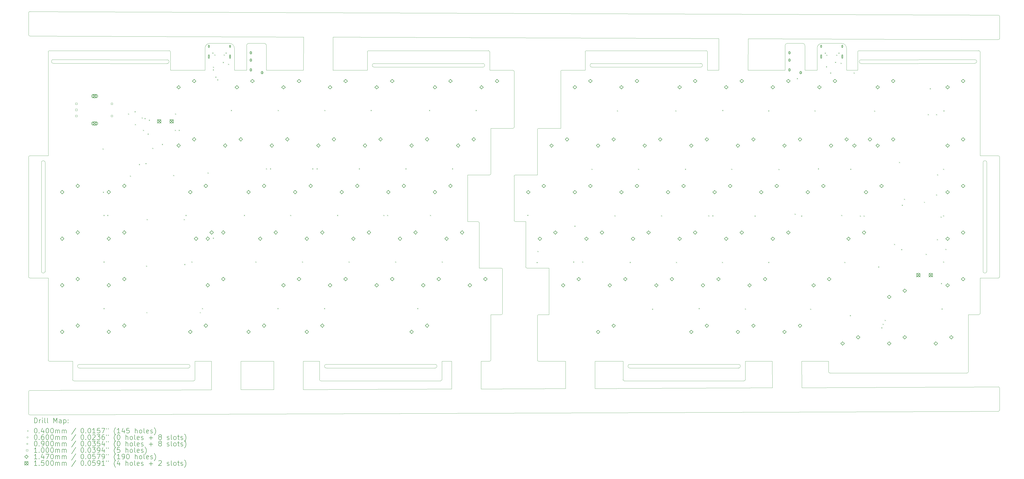
<source format=gbr>
%FSLAX45Y45*%
G04 Gerber Fmt 4.5, Leading zero omitted, Abs format (unit mm)*
G04 Created by KiCad (PCBNEW (5.99.0-12118-g897269f33f)) date 2021-10-13 23:43:13*
%MOMM*%
%LPD*%
G01*
G04 APERTURE LIST*
%TA.AperFunction,Profile*%
%ADD10C,0.100000*%
%TD*%
%ADD11C,0.200000*%
%ADD12C,0.040000*%
%ADD13C,0.060000*%
%ADD14C,0.090000*%
%ADD15C,0.100000*%
%ADD16C,0.147000*%
%ADD17C,0.150000*%
G04 APERTURE END LIST*
D10*
X19102500Y-6228125D02*
X14652500Y-6228125D01*
X22315000Y5953125D02*
X22315000Y6753125D01*
X3925000Y6703125D02*
G75*
G02*
X3975000Y6753125I50000J0D01*
G01*
X14427500Y-6753125D02*
G75*
G02*
X14377500Y-6703125I0J50000D01*
G01*
X6972400Y-5953125D02*
X7372450Y-5953125D01*
X3925000Y5953125D02*
X2512500Y5953125D01*
X-4175000Y6753125D02*
X-9075000Y6753125D01*
X21005379Y5953125D02*
X19490000Y5953125D01*
X9975000Y-238125D02*
X10401250Y-238125D01*
X-9125000Y6703125D02*
X-9125000Y2453125D01*
X22315381Y6853878D02*
G75*
G02*
X22515379Y7053123I199999J-756D01*
G01*
X29725000Y2453125D02*
G75*
G02*
X29775000Y2403125I0J-50000D01*
G01*
X24106874Y6228309D02*
G75*
G02*
X24106620Y6378309I-127J75000D01*
G01*
X28769291Y6386199D02*
G75*
G02*
X28769545Y6236199I127J-75000D01*
G01*
X-3400000Y-6078125D02*
G75*
G02*
X-3400000Y-6228125I0J-75000D01*
G01*
X-3400000Y-6228125D02*
X-7850000Y-6228125D01*
X9925000Y3621875D02*
X9925000Y5903125D01*
X13105000Y6078125D02*
G75*
G02*
X13105000Y6228125I0J75000D01*
G01*
X-2450650Y-5953125D02*
X-2450650Y-7118634D01*
X28498750Y-6379375D02*
G75*
G02*
X28448750Y-6429375I-50000J0D01*
G01*
X-202500Y5953125D02*
X-202500Y6953123D01*
X29775000Y-7047081D02*
X29775000Y-7947063D01*
X22316133Y7231309D02*
X19494870Y7241969D01*
X2022400Y-6753125D02*
G75*
G02*
X1972400Y-6703125I0J50000D01*
G01*
X9925000Y3621875D02*
G75*
G02*
X9875000Y3571875I-50000J0D01*
G01*
X22315000Y6753125D02*
X22315381Y6853878D01*
X-2712500Y5953125D02*
X-4125000Y5953125D01*
X29724794Y-6997082D02*
X21685059Y-7030177D01*
X7372450Y-7089095D02*
X1298050Y-7114100D01*
X8972500Y3571875D02*
X9875000Y3571875D01*
X28925000Y6753125D02*
G75*
G02*
X28975000Y6703125I0J-50000D01*
G01*
X-1250650Y-5953125D02*
X-1250650Y-7114100D01*
X28975000Y-3998125D02*
X28975000Y-2546875D01*
X-1712500Y7053123D02*
G75*
G02*
X-1512500Y6853123I0J-200000D01*
G01*
X9925000Y1616875D02*
G75*
G02*
X9975000Y1666875I50000J0D01*
G01*
X-2712500Y6753125D02*
X-2712119Y6853878D01*
X12830000Y6703125D02*
X12830000Y5953125D01*
X-9925000Y-7196686D02*
X-9925000Y-8096686D01*
X17555000Y6228125D02*
G75*
G02*
X17555000Y6078125I0J-75000D01*
G01*
X22316133Y7231309D02*
X23516133Y7226775D01*
X-2512121Y7053123D02*
X-1712500Y7053123D01*
X12830000Y6703125D02*
G75*
G02*
X12880000Y6753125I50000J0D01*
G01*
X14427500Y-6753125D02*
X19327500Y-6753125D01*
X1298050Y-5953125D02*
X1972400Y-5953125D01*
X-8919545Y6236199D02*
G75*
G02*
X-8919291Y6386199I127J75000D01*
G01*
X-8125000Y-5953125D02*
X-8125000Y-6703125D01*
X-9400000Y-2271875D02*
X-9400000Y2178125D01*
X13105000Y6228125D02*
X17555000Y6228125D01*
X3925000Y6703125D02*
X3925000Y5953125D01*
X21680625Y-5953125D02*
X22783750Y-5953125D01*
X29725944Y7203312D02*
X23516133Y7226775D01*
X21005379Y6953123D02*
G75*
G02*
X21105379Y7053123I100000J0D01*
G01*
X18290000Y5953125D02*
X18291864Y7246514D01*
X14652500Y-6078125D02*
X19102500Y-6078125D01*
X9448750Y-3998125D02*
G75*
G02*
X9398750Y-4048125I-50000J0D01*
G01*
X-3125000Y-6703125D02*
G75*
G02*
X-3175000Y-6753125I-50000J0D01*
G01*
X21715379Y7053123D02*
X21105379Y7053123D01*
X6697400Y-6228125D02*
X2247400Y-6228125D01*
X-4125000Y5953125D02*
X-4125000Y6703125D01*
X-2450650Y-7118634D02*
X-9875189Y-7146687D01*
X29725000Y2453125D02*
X28975000Y2453125D01*
X28975000Y2453125D02*
X28975000Y6703125D01*
X29725189Y-7997063D02*
X-9874811Y-8146685D01*
X1312500Y5953125D02*
X-202500Y5953125D01*
X11353750Y-4048125D02*
X10927500Y-4048125D01*
X28925000Y6753125D02*
X24025000Y6753125D01*
X-4175000Y6753125D02*
G75*
G02*
X-4125000Y6703125I0J-50000D01*
G01*
X10877500Y1666875D02*
X9975000Y1666875D01*
X1313633Y7310664D02*
X-9874055Y7352935D01*
X-7850000Y-6078125D02*
X-3400000Y-6078125D01*
X28498750Y-4048125D02*
X28925000Y-4048125D01*
X12027500Y-5953125D02*
X12032097Y-7069914D01*
X23315000Y7053123D02*
G75*
G02*
X23515000Y6853123I0J-200000D01*
G01*
X6972400Y-6703125D02*
X6972400Y-5953125D01*
X-9125000Y-2546875D02*
X-9125000Y-5903125D01*
X11830000Y5903125D02*
X11830000Y3571875D01*
X-1012500Y5953125D02*
X-1512500Y5953125D01*
X-9874811Y-8146685D02*
G75*
G02*
X-9925000Y-8096686I-189J50000D01*
G01*
X9448750Y-3998125D02*
X9448750Y-2193125D01*
X-912500Y7053123D02*
X-302500Y7053123D01*
X98050Y-7114100D02*
X-1250650Y-7114100D01*
X8972500Y-5903125D02*
X8972500Y-4048125D01*
X-1512500Y5953125D02*
X-1012500Y5953125D01*
X-9875000Y-2546875D02*
G75*
G02*
X-9925000Y-2496875I0J50000D01*
G01*
X-9925000Y2403125D02*
G75*
G02*
X-9875000Y2453125I50000J0D01*
G01*
X10401250Y-238125D02*
X10401250Y-2093125D01*
X8446250Y-238125D02*
G75*
G02*
X8496250Y-288125I0J-50000D01*
G01*
X17780000Y6753125D02*
X12880000Y6753125D01*
X6972400Y-6703125D02*
G75*
G02*
X6922400Y-6753125I-50000J0D01*
G01*
X29726322Y8203311D02*
X-9873678Y8352933D01*
X-9874055Y7352935D02*
G75*
G02*
X-9923867Y7402934I189J50000D01*
G01*
X19377500Y-5953125D02*
X20480625Y-5953125D01*
X8572450Y-5953125D02*
X8922500Y-5953125D01*
X-9923867Y8302934D02*
G75*
G02*
X-9873678Y8352933I50000J0D01*
G01*
X4200000Y6078125D02*
G75*
G02*
X4200000Y6228125I0J75000D01*
G01*
X8650000Y6228125D02*
G75*
G02*
X8650000Y6078125I0J-75000D01*
G01*
X28769545Y6236199D02*
X24106874Y6228309D01*
X8972500Y1716875D02*
G75*
G02*
X8922500Y1666875I-50000J0D01*
G01*
X-1250650Y-5953125D02*
X98050Y-5953125D01*
X-8075000Y-6753125D02*
X-3175000Y-6753125D01*
X18290000Y5953125D02*
X17830000Y5953125D01*
X22315000Y5953125D02*
X21815379Y5953125D01*
X11353750Y-2143125D02*
X11353750Y-4048125D01*
X2022400Y-6753125D02*
X6922400Y-6753125D01*
X8972500Y-4048125D02*
X9398750Y-4048125D01*
X-302500Y7053123D02*
G75*
G02*
X-202500Y6953123I0J-100000D01*
G01*
X19377500Y-6703125D02*
X19377500Y-5953125D01*
X8572450Y-5953125D02*
X8572450Y-7084155D01*
X29100000Y2178125D02*
G75*
G02*
X29250000Y2178125I75000J0D01*
G01*
X-4256620Y6378309D02*
G75*
G02*
X-4256874Y6228309I-127J-75000D01*
G01*
X10877500Y3521875D02*
X10877500Y1666875D01*
X11830000Y5903125D02*
G75*
G02*
X11880000Y5953125I50000J0D01*
G01*
X14377500Y-5953125D02*
X14377500Y-6703125D01*
X-2712500Y5953125D02*
X-2712500Y6753125D01*
X13227500Y-5953125D02*
X13227500Y-7064993D01*
X4200000Y6228125D02*
X8650000Y6228125D01*
X-9075000Y-5953125D02*
G75*
G02*
X-9125000Y-5903125I0J50000D01*
G01*
X22515379Y7053123D02*
X23315000Y7053123D01*
X29775000Y-2496875D02*
G75*
G02*
X29725000Y-2546875I-50000J0D01*
G01*
X20480625Y-5953125D02*
X20485079Y-7035117D01*
X21715379Y7053123D02*
G75*
G02*
X21815379Y6953123I0J-100000D01*
G01*
X-9875000Y-2546875D02*
X-9125000Y-2546875D01*
X8875000Y6753125D02*
X3975000Y6753125D01*
X-8919291Y6386199D02*
X-4256620Y6378309D01*
X98050Y-5953125D02*
X98050Y-7114100D01*
X12032097Y-7069914D02*
X8572450Y-7084155D01*
X22833750Y-6429375D02*
X28448750Y-6429375D01*
X-7850000Y-6228125D02*
G75*
G02*
X-7850000Y-6078125I0J75000D01*
G01*
X-1012500Y6953123D02*
X-1012500Y5953125D01*
X-3125000Y-5953125D02*
X-2450650Y-5953125D01*
X21680625Y-5953125D02*
X21685059Y-7030177D01*
X-9925000Y-7196686D02*
G75*
G02*
X-9875189Y-7146687I50000J0D01*
G01*
X-9125000Y6703125D02*
G75*
G02*
X-9075000Y6753125I50000J0D01*
G01*
X-8075000Y-6753125D02*
G75*
G02*
X-8125000Y-6703125I0J50000D01*
G01*
X8972500Y-5903125D02*
G75*
G02*
X8922500Y-5953125I-50000J0D01*
G01*
X21005379Y5953125D02*
X21005379Y6953123D01*
X-9400000Y2178125D02*
G75*
G02*
X-9250000Y2178125I75000J0D01*
G01*
X2247400Y-6078125D02*
X6697400Y-6078125D01*
X10451250Y-2143125D02*
G75*
G02*
X10401250Y-2093125I0J50000D01*
G01*
X9975000Y-238125D02*
G75*
G02*
X9925000Y-188125I0J50000D01*
G01*
X28975000Y-2546875D02*
X29725000Y-2546875D01*
X19490000Y5953125D02*
X19494870Y7241969D01*
X-9925000Y2403125D02*
X-9925000Y-2496875D01*
X29776133Y7253312D02*
G75*
G02*
X29725944Y7203312I-50000J0D01*
G01*
X22783750Y-5953125D02*
X22783750Y-6379375D01*
X13227500Y-5953125D02*
X14377500Y-5953125D01*
X17830000Y5953125D02*
X17830000Y6703125D01*
X1972400Y-5953125D02*
X1972400Y-6703125D01*
X2517612Y5953125D02*
X2517612Y7306115D01*
X18291864Y7246514D02*
X2517612Y7306115D01*
X28498750Y-6379375D02*
X28498750Y-4048125D01*
X-3125000Y-6703125D02*
X-3125000Y-5953125D01*
X24106620Y6378309D02*
X28769291Y6386199D01*
X29775000Y-2496875D02*
X29775000Y2403125D01*
X-1512500Y6853123D02*
X-1512500Y5953125D01*
X2247400Y-6228125D02*
G75*
G02*
X2247400Y-6078125I0J75000D01*
G01*
X9875000Y5953125D02*
X8925000Y5953125D01*
X9398750Y-2143125D02*
X8496250Y-2143125D01*
X8020000Y-238125D02*
X8020000Y1666875D01*
X12830000Y5953125D02*
X11880000Y5953125D01*
X-2712119Y6853878D02*
G75*
G02*
X-2512121Y7053123I199999J-756D01*
G01*
X1298050Y-5953125D02*
X1298050Y-7114100D01*
X11830000Y3571875D02*
X10927500Y3571875D01*
X7372450Y-5953125D02*
X7372450Y-7089095D01*
X20485079Y-7035117D02*
X13227500Y-7064993D01*
X1312500Y5953125D02*
X1313633Y7310664D01*
X-4256874Y6228309D02*
X-8919545Y6236199D01*
X10877500Y-4098125D02*
G75*
G02*
X10927500Y-4048125I50000J0D01*
G01*
X-9923867Y7402934D02*
X-9923867Y8302933D01*
X-9250000Y2178125D02*
X-9250000Y-2271875D01*
X23515000Y6853123D02*
X23515000Y5953125D01*
X19377500Y-6703125D02*
G75*
G02*
X19327500Y-6753125I-50000J0D01*
G01*
X10877500Y-4098125D02*
X10877500Y-5903125D01*
X29100000Y-2271875D02*
X29100000Y2178125D01*
X8875000Y6753125D02*
G75*
G02*
X8925000Y6703125I0J-50000D01*
G01*
X17780000Y6753125D02*
G75*
G02*
X17830000Y6703125I0J-50000D01*
G01*
X14652500Y-6228125D02*
G75*
G02*
X14652500Y-6078125I0J75000D01*
G01*
X8446250Y-238125D02*
X8020000Y-238125D01*
X29250000Y-2271875D02*
G75*
G02*
X29100000Y-2271875I-75000J0D01*
G01*
X29250000Y2178125D02*
X29250000Y-2271875D01*
X23975000Y6703125D02*
G75*
G02*
X24025000Y6753125I50000J0D01*
G01*
X-9125000Y2453125D02*
X-9875000Y2453125D01*
X8925000Y5953125D02*
X8925000Y6703125D01*
X10927500Y-5953125D02*
G75*
G02*
X10877500Y-5903125I0J50000D01*
G01*
X8020000Y1666875D02*
X8922500Y1666875D01*
X21815379Y6953123D02*
X21815379Y5953125D01*
X10877500Y3521875D02*
G75*
G02*
X10927500Y3571875I50000J0D01*
G01*
X6697400Y-6078125D02*
G75*
G02*
X6697400Y-6228125I0J-75000D01*
G01*
X29724794Y-6997082D02*
G75*
G02*
X29775000Y-7047081I206J-50000D01*
G01*
X8972500Y1716875D02*
X8972500Y3571875D01*
X-1012500Y6953123D02*
G75*
G02*
X-912500Y7053123I100000J0D01*
G01*
X-9250000Y-2271875D02*
G75*
G02*
X-9400000Y-2271875I-75000J0D01*
G01*
X23975000Y5953125D02*
X23515000Y5953125D01*
X23975000Y6703125D02*
X23975000Y5953125D01*
X8650000Y6078125D02*
X4200000Y6078125D01*
X8496250Y-2143125D02*
X8496250Y-288125D01*
X22833750Y-6429375D02*
G75*
G02*
X22783750Y-6379375I0J50000D01*
G01*
X-9075000Y-5953125D02*
X-8125000Y-5953125D01*
X10451250Y-2143125D02*
X11353750Y-2143125D01*
X10927500Y-5953125D02*
X12027500Y-5953125D01*
X29726322Y8203311D02*
G75*
G02*
X29776133Y8153311I-189J-50000D01*
G01*
X9398750Y-2143125D02*
G75*
G02*
X9448750Y-2193125I0J-50000D01*
G01*
X9875000Y5953125D02*
G75*
G02*
X9925000Y5903125I0J-50000D01*
G01*
X29776133Y7253312D02*
X29776133Y8153311D01*
X17555000Y6078125D02*
X13105000Y6078125D01*
X28975000Y-3998125D02*
G75*
G02*
X28925000Y-4048125I-50000J0D01*
G01*
X19102500Y-6078125D02*
G75*
G02*
X19102500Y-6228125I0J-75000D01*
G01*
X29775000Y-7947063D02*
G75*
G02*
X29725189Y-7997063I-50000J0D01*
G01*
X9925000Y1616875D02*
X9925000Y-188125D01*
D11*
D12*
X-6903400Y2750500D02*
X-6863400Y2710500D01*
X-6863400Y2750500D02*
X-6903400Y2710500D01*
X-6890700Y985200D02*
X-6850700Y945200D01*
X-6850700Y985200D02*
X-6890700Y945200D01*
X-6865300Y32700D02*
X-6825300Y-7300D01*
X-6825300Y32700D02*
X-6865300Y-7300D01*
X-6865300Y-1872300D02*
X-6825300Y-1912300D01*
X-6825300Y-1872300D02*
X-6865300Y-1912300D01*
X-6865300Y-3777300D02*
X-6825300Y-3817300D01*
X-6825300Y-3777300D02*
X-6865300Y-3817300D01*
X-6712900Y32700D02*
X-6672900Y-7300D01*
X-6672900Y32700D02*
X-6712900Y-7300D01*
X-5862000Y4185600D02*
X-5822000Y4145600D01*
X-5822000Y4185600D02*
X-5862000Y4145600D01*
X-5785800Y1645600D02*
X-5745800Y1605600D01*
X-5745800Y1645600D02*
X-5785800Y1605600D01*
X-5595300Y4274500D02*
X-5555300Y4234500D01*
X-5555300Y4274500D02*
X-5595300Y4234500D01*
X-5582600Y3753800D02*
X-5542600Y3713800D01*
X-5542600Y3753800D02*
X-5582600Y3713800D01*
X-5416212Y2114212D02*
X-5376212Y2074211D01*
X-5376212Y2114212D02*
X-5416212Y2074211D01*
X-5303200Y4020500D02*
X-5263200Y3980500D01*
X-5263200Y4020500D02*
X-5303200Y3980500D01*
X-5251970Y3512070D02*
X-5211970Y3472070D01*
X-5211970Y3512070D02*
X-5251970Y3472070D01*
X-5188900Y3995100D02*
X-5148900Y3955100D01*
X-5148900Y3995100D02*
X-5188900Y3955100D01*
X-5152205Y2154773D02*
X-5112205Y2114773D01*
X-5112205Y2154773D02*
X-5152205Y2114773D01*
X-5125400Y-2037400D02*
X-5085400Y-2077400D01*
X-5085400Y-2037400D02*
X-5125400Y-2077400D01*
X-5111560Y-3941260D02*
X-5071560Y-3981260D01*
X-5071560Y-3941260D02*
X-5111560Y-3981260D01*
X-5100000Y-132400D02*
X-5060000Y-172400D01*
X-5060000Y-132400D02*
X-5100000Y-172400D01*
X-5061900Y3360100D02*
X-5021900Y3320100D01*
X-5021900Y3360100D02*
X-5061900Y3320100D01*
X-5011100Y3931600D02*
X-4971100Y3891600D01*
X-4971100Y3931600D02*
X-5011100Y3891600D01*
X-4871400Y2775900D02*
X-4831400Y2735900D01*
X-4831400Y2775900D02*
X-4871400Y2735900D01*
X-4477700Y2941000D02*
X-4437700Y2901000D01*
X-4437700Y2941000D02*
X-4477700Y2901000D01*
X-4012880Y1667190D02*
X-3972880Y1627190D01*
X-3972880Y1667190D02*
X-4012880Y1627190D01*
X-3944777Y3516606D02*
X-3904777Y3476606D01*
X-3904777Y3516606D02*
X-3944777Y3476606D01*
X-3940430Y4185600D02*
X-3900430Y4145600D01*
X-3900430Y4185600D02*
X-3940430Y4145600D01*
X-3791900Y3516606D02*
X-3751900Y3476606D01*
X-3751900Y3516606D02*
X-3791900Y3476606D01*
X-3584950Y-132400D02*
X-3544950Y-172400D01*
X-3544950Y-132400D02*
X-3584950Y-172400D01*
X-3563300Y-1973900D02*
X-3523300Y-2013900D01*
X-3523300Y-1973900D02*
X-3563300Y-2013900D01*
X-3512500Y32700D02*
X-3472500Y-7300D01*
X-3472500Y32700D02*
X-3512500Y-7300D01*
X-3271200Y-1872300D02*
X-3231200Y-1912300D01*
X-3231200Y-1872300D02*
X-3271200Y-1912300D01*
X-2927160Y-3941260D02*
X-2887160Y-3981260D01*
X-2887160Y-3941260D02*
X-2927160Y-3981260D01*
X-2839400Y-3777300D02*
X-2799400Y-3817300D01*
X-2799400Y-3777300D02*
X-2839400Y-3817300D01*
X-2610800Y1772600D02*
X-2570800Y1732600D01*
X-2570800Y1772600D02*
X-2610800Y1732600D01*
X-2417499Y6677601D02*
X-2377499Y6637601D01*
X-2377499Y6677601D02*
X-2417499Y6637601D01*
X-2394900Y5989000D02*
X-2354900Y5949000D01*
X-2354900Y5989000D02*
X-2394900Y5949000D01*
X-2394900Y-894400D02*
X-2354900Y-934400D01*
X-2354900Y-894400D02*
X-2394900Y-934400D01*
X-2390954Y6096777D02*
X-2350954Y6056777D01*
X-2350954Y6096777D02*
X-2390954Y6056777D01*
X-2331400Y6598600D02*
X-2291400Y6558600D01*
X-2291400Y6598600D02*
X-2331400Y6558600D01*
X-2293300Y5688598D02*
X-2253300Y5648598D01*
X-2253300Y5688598D02*
X-2293300Y5648598D01*
X-2217100Y5582600D02*
X-2177100Y5542600D01*
X-2177100Y5582600D02*
X-2217100Y5542600D01*
X-1988500Y6293800D02*
X-1948500Y6253800D01*
X-1948500Y6293800D02*
X-1988500Y6253800D01*
X-1950400Y6598600D02*
X-1910400Y6558600D01*
X-1910400Y6598600D02*
X-1950400Y6558600D01*
X-1872398Y6676602D02*
X-1832398Y6636602D01*
X-1832398Y6676602D02*
X-1872398Y6636602D01*
X-1772600Y6217600D02*
X-1732600Y6177600D01*
X-1732600Y6217600D02*
X-1772600Y6177600D01*
X-1658300Y4325300D02*
X-1618300Y4285300D01*
X-1618300Y4325300D02*
X-1658300Y4285300D01*
X-1124900Y32700D02*
X-1084900Y-7300D01*
X-1084900Y32700D02*
X-1124900Y-7300D01*
X-655000Y-1872300D02*
X-615000Y-1912300D01*
X-615000Y-1872300D02*
X-655000Y-1912300D01*
X-223200Y1937700D02*
X-183200Y1897700D01*
X-183200Y1937700D02*
X-223200Y1897700D01*
X-58100Y1937700D02*
X-18100Y1897700D01*
X-18100Y1937700D02*
X-58100Y1897700D01*
X246700Y-3777300D02*
X286700Y-3817300D01*
X286700Y-3777300D02*
X246700Y-3817300D01*
X259400Y4325300D02*
X299400Y4285300D01*
X299400Y4325300D02*
X259400Y4285300D01*
X767400Y32700D02*
X807400Y-7300D01*
X807400Y32700D02*
X767400Y-7300D01*
X1250000Y-1872300D02*
X1290000Y-1912300D01*
X1290000Y-1872300D02*
X1250000Y-1912300D01*
X1669100Y1937700D02*
X1709100Y1897700D01*
X1709100Y1937700D02*
X1669100Y1897700D01*
X1846900Y1937700D02*
X1886900Y1897700D01*
X1886900Y1937700D02*
X1846900Y1897700D01*
X2151700Y-3777300D02*
X2191700Y-3817300D01*
X2191700Y-3777300D02*
X2151700Y-3817300D01*
X2164400Y4325300D02*
X2204400Y4285300D01*
X2204400Y4325300D02*
X2164400Y4285300D01*
X2685100Y32700D02*
X2725100Y-7300D01*
X2725100Y32700D02*
X2685100Y-7300D01*
X3155000Y-1872300D02*
X3195000Y-1912300D01*
X3195000Y-1872300D02*
X3155000Y-1912300D01*
X3574100Y1937700D02*
X3614100Y1897700D01*
X3614100Y1937700D02*
X3574100Y1897700D01*
X4056700Y4325300D02*
X4096700Y4285300D01*
X4096700Y4325300D02*
X4056700Y4285300D01*
X4577400Y32700D02*
X4617400Y-7300D01*
X4617400Y32700D02*
X4577400Y-7300D01*
X4729800Y32700D02*
X4769800Y-7300D01*
X4769800Y32700D02*
X4729800Y-7300D01*
X5060000Y-1872300D02*
X5100000Y-1912300D01*
X5100000Y-1872300D02*
X5060000Y-1912300D01*
X5479100Y1937700D02*
X5519100Y1897700D01*
X5519100Y1937700D02*
X5479100Y1897700D01*
X5961700Y-3777300D02*
X6001700Y-3817300D01*
X6001700Y-3777300D02*
X5961700Y-3817300D01*
X6444300Y4325300D02*
X6484300Y4285300D01*
X6484300Y4325300D02*
X6444300Y4285300D01*
X6482400Y32700D02*
X6522400Y-7300D01*
X6522400Y32700D02*
X6482400Y-7300D01*
X6965000Y-1872300D02*
X7005000Y-1912300D01*
X7005000Y-1872300D02*
X6965000Y-1912300D01*
X7384100Y1937700D02*
X7424100Y1897700D01*
X7424100Y1937700D02*
X7384100Y1897700D01*
X8349300Y4325300D02*
X8389300Y4285300D01*
X8389300Y4325300D02*
X8349300Y4285300D01*
X10463850Y39050D02*
X10503850Y-950D01*
X10503850Y39050D02*
X10463850Y-950D01*
X10844850Y-1891350D02*
X10884850Y-1931350D01*
X10884850Y-1891350D02*
X10844850Y-1931350D01*
X10876600Y-1440500D02*
X10916600Y-1480500D01*
X10916600Y-1440500D02*
X10876600Y-1480500D01*
X12337100Y-1872300D02*
X12377100Y-1912300D01*
X12377100Y-1872300D02*
X12337100Y-1912300D01*
X12387900Y-403447D02*
X12427900Y-443447D01*
X12427900Y-403447D02*
X12387900Y-443447D01*
X12705400Y-1872300D02*
X12745400Y-1912300D01*
X12745400Y-1872300D02*
X12705400Y-1912300D01*
X13086400Y1925000D02*
X13126400Y1885000D01*
X13126400Y1925000D02*
X13086400Y1885000D01*
X14026200Y20000D02*
X14066200Y-20000D01*
X14066200Y20000D02*
X14026200Y-20000D01*
X14127800Y4312600D02*
X14167800Y4272600D01*
X14167800Y4312600D02*
X14127800Y4272600D01*
X14648500Y-1885000D02*
X14688500Y-1925000D01*
X14688500Y-1885000D02*
X14648500Y-1925000D01*
X14991400Y1925000D02*
X15031400Y1885000D01*
X15031400Y1925000D02*
X14991400Y1885000D01*
X15562900Y-3802700D02*
X15602900Y-3842700D01*
X15602900Y-3802700D02*
X15562900Y-3842700D01*
X15931200Y20000D02*
X15971200Y-20000D01*
X15971200Y20000D02*
X15931200Y-20000D01*
X16515400Y4312600D02*
X16555400Y4272600D01*
X16555400Y4312600D02*
X16515400Y4272600D01*
X16540800Y-1885000D02*
X16580800Y-1925000D01*
X16580800Y-1885000D02*
X16540800Y-1925000D01*
X16909100Y1925000D02*
X16949100Y1885000D01*
X16949100Y1925000D02*
X16909100Y1885000D01*
X17467900Y-3777300D02*
X17507900Y-3817300D01*
X17507900Y-3777300D02*
X17467900Y-3817300D01*
X17861600Y20000D02*
X17901600Y-20000D01*
X17901600Y20000D02*
X17861600Y-20000D01*
X18026700Y20000D02*
X18066700Y-20000D01*
X18066700Y20000D02*
X18026700Y-20000D01*
X18420400Y-1885000D02*
X18460400Y-1925000D01*
X18460400Y-1885000D02*
X18420400Y-1925000D01*
X18433100Y4325300D02*
X18473100Y4285300D01*
X18473100Y4325300D02*
X18433100Y4285300D01*
X18801400Y1925000D02*
X18841400Y1885000D01*
X18841400Y1925000D02*
X18801400Y1885000D01*
X19360200Y-3790000D02*
X19400200Y-3830000D01*
X19400200Y-3790000D02*
X19360200Y-3830000D01*
X19753900Y7300D02*
X19793900Y-32700D01*
X19793900Y7300D02*
X19753900Y-32700D01*
X20312700Y4312600D02*
X20352700Y4272600D01*
X20352700Y4312600D02*
X20312700Y4272600D01*
X20312700Y-1885000D02*
X20352700Y-1925000D01*
X20352700Y-1885000D02*
X20312700Y-1925000D01*
X20731800Y1912300D02*
X20771800Y1872300D01*
X20771800Y1912300D02*
X20731800Y1872300D01*
X21392200Y83500D02*
X21432200Y43500D01*
X21432200Y83500D02*
X21392200Y43500D01*
X21481100Y5630600D02*
X21521100Y5590600D01*
X21521100Y5630600D02*
X21481100Y5590600D01*
X21658900Y7300D02*
X21698900Y-32700D01*
X21698900Y7300D02*
X21658900Y-32700D01*
X22027200Y-3802700D02*
X22067200Y-3842700D01*
X22067200Y-3802700D02*
X22027200Y-3842700D01*
X22205000Y4312600D02*
X22245000Y4272600D01*
X22245000Y4312600D02*
X22205000Y4272600D01*
X22344700Y1937700D02*
X22384700Y1897700D01*
X22384700Y1937700D02*
X22344700Y1897700D01*
X22624100Y6674800D02*
X22664100Y6634800D01*
X22664100Y6674800D02*
X22624100Y6634800D01*
X22674900Y6116000D02*
X22714900Y6076000D01*
X22714900Y6116000D02*
X22674900Y6076000D01*
X22687600Y6585900D02*
X22727600Y6545900D01*
X22727600Y6585900D02*
X22687600Y6545900D01*
X22846250Y5862000D02*
X22886250Y5822000D01*
X22886250Y5862000D02*
X22846250Y5822000D01*
X23043200Y6295550D02*
X23083200Y6255550D01*
X23083200Y6295550D02*
X23043200Y6255550D01*
X23094000Y6585900D02*
X23134000Y6545900D01*
X23134000Y6585900D02*
X23094000Y6545900D01*
X23182900Y6674800D02*
X23222900Y6634800D01*
X23222900Y6674800D02*
X23182900Y6634800D01*
X23271800Y6255700D02*
X23311800Y6215700D01*
X23311800Y6255700D02*
X23271800Y6215700D01*
X23297200Y32700D02*
X23337200Y-7300D01*
X23337200Y32700D02*
X23297200Y-7300D01*
X23424200Y-1885000D02*
X23464200Y-1925000D01*
X23464200Y-1885000D02*
X23424200Y-1925000D01*
X23648862Y-4060637D02*
X23688862Y-4100637D01*
X23688862Y-4060637D02*
X23648862Y-4100637D01*
X23665500Y1925000D02*
X23705500Y1885000D01*
X23705500Y1925000D02*
X23665500Y1885000D01*
X23805200Y5862000D02*
X23845200Y5822000D01*
X23845200Y5862000D02*
X23805200Y5822000D01*
X24059200Y7300D02*
X24099200Y-32700D01*
X24099200Y7300D02*
X24059200Y-32700D01*
X24211600Y7300D02*
X24251600Y-32700D01*
X24251600Y7300D02*
X24211600Y-32700D01*
X24643400Y4299900D02*
X24683400Y4259900D01*
X24683400Y4299900D02*
X24643400Y4259900D01*
X24808500Y-2075500D02*
X24848500Y-2115500D01*
X24848500Y-2075500D02*
X24808500Y-2115500D01*
X24935500Y-4564700D02*
X24975500Y-4604700D01*
X24975500Y-4564700D02*
X24935500Y-4604700D01*
X24992520Y-4418780D02*
X25032520Y-4458780D01*
X25032520Y-4418780D02*
X24992520Y-4458780D01*
X25075200Y-4259900D02*
X25115200Y-4299900D01*
X25115200Y-4259900D02*
X25075200Y-4299900D01*
X25456200Y-1148400D02*
X25496200Y-1188400D01*
X25496200Y-1148400D02*
X25456200Y-1188400D01*
X25659400Y2204400D02*
X25699400Y2164400D01*
X25699400Y2204400D02*
X25659400Y2164400D01*
X25748300Y-1364300D02*
X25788300Y-1404300D01*
X25788300Y-1364300D02*
X25748300Y-1404300D01*
X25773700Y451800D02*
X25813700Y411800D01*
X25813700Y451800D02*
X25773700Y411800D01*
X25862600Y693100D02*
X25902600Y653100D01*
X25902600Y693100D02*
X25862600Y653100D01*
X26680250Y570950D02*
X26720250Y530950D01*
X26720250Y570950D02*
X26680250Y530950D01*
X26751600Y-1554800D02*
X26791600Y-1594800D01*
X26791600Y-1554800D02*
X26751600Y-1594800D01*
X26837700Y4158800D02*
X26877700Y4118800D01*
X26877700Y4158800D02*
X26837700Y4118800D01*
X26916700Y5214300D02*
X26956700Y5174300D01*
X26956700Y5214300D02*
X26916700Y5174300D01*
X27174250Y4160200D02*
X27214250Y4120200D01*
X27214250Y4160200D02*
X27174250Y4120200D01*
X27174250Y870900D02*
X27214250Y830900D01*
X27214250Y870900D02*
X27174250Y830900D01*
X27208800Y-957900D02*
X27248800Y-997900D01*
X27248800Y-957900D02*
X27208800Y-997900D01*
X27219202Y1696400D02*
X27259202Y1656400D01*
X27259202Y1696400D02*
X27219202Y1656400D01*
X27361200Y-30800D02*
X27401200Y-70800D01*
X27401200Y-30800D02*
X27361200Y-70800D01*
X27373900Y-2748600D02*
X27413900Y-2788600D01*
X27413900Y-2748600D02*
X27373900Y-2788600D01*
X27399300Y-3790000D02*
X27439300Y-3830000D01*
X27439300Y-3790000D02*
X27399300Y-3830000D01*
X27462800Y1925000D02*
X27502800Y1885000D01*
X27502800Y1925000D02*
X27462800Y1885000D01*
X27462800Y20000D02*
X27502800Y-20000D01*
X27502800Y20000D02*
X27462800Y-20000D01*
X27462800Y-1872300D02*
X27502800Y-1912300D01*
X27502800Y-1872300D02*
X27462800Y-1912300D01*
X27475500Y4312600D02*
X27515500Y4272600D01*
X27515500Y4312600D02*
X27475500Y4272600D01*
X27555450Y-1351600D02*
X27595450Y-1391600D01*
X27595450Y-1351600D02*
X27555450Y-1391600D01*
D13*
X-2522900Y6928200D02*
G75*
G03*
X-2522900Y6928200I-30000J0D01*
G01*
D11*
X-2572900Y6958200D02*
X-2572900Y6898200D01*
X-2532900Y6958200D02*
X-2532900Y6898200D01*
X-2572900Y6898200D02*
G75*
G03*
X-2532900Y6898200I20000J0D01*
G01*
X-2532900Y6958200D02*
G75*
G03*
X-2572900Y6958200I-20000J0D01*
G01*
D13*
X-2522900Y6510200D02*
G75*
G03*
X-2522900Y6510200I-30000J0D01*
G01*
D11*
X-2572900Y6565200D02*
X-2572900Y6455200D01*
X-2532900Y6565200D02*
X-2532900Y6455200D01*
X-2572900Y6455200D02*
G75*
G03*
X-2532900Y6455200I20000J0D01*
G01*
X-2532900Y6565200D02*
G75*
G03*
X-2572900Y6565200I-20000J0D01*
G01*
D13*
X-1658900Y6928200D02*
G75*
G03*
X-1658900Y6928200I-30000J0D01*
G01*
D11*
X-1708900Y6958200D02*
X-1708900Y6898200D01*
X-1668900Y6958200D02*
X-1668900Y6898200D01*
X-1708900Y6898200D02*
G75*
G03*
X-1668900Y6898200I20000J0D01*
G01*
X-1668900Y6958200D02*
G75*
G03*
X-1708900Y6958200I-20000J0D01*
G01*
D13*
X-1658900Y6510200D02*
G75*
G03*
X-1658900Y6510200I-30000J0D01*
G01*
D11*
X-1708900Y6565200D02*
X-1708900Y6455200D01*
X-1668900Y6565200D02*
X-1668900Y6455200D01*
X-1708900Y6455200D02*
G75*
G03*
X-1668900Y6455200I20000J0D01*
G01*
X-1668900Y6565200D02*
G75*
G03*
X-1708900Y6565200I-20000J0D01*
G01*
D13*
X22508800Y6928200D02*
G75*
G03*
X22508800Y6928200I-30000J0D01*
G01*
D11*
X22458800Y6958200D02*
X22458800Y6898200D01*
X22498800Y6958200D02*
X22498800Y6898200D01*
X22458800Y6898200D02*
G75*
G03*
X22498800Y6898200I20000J0D01*
G01*
X22498800Y6958200D02*
G75*
G03*
X22458800Y6958200I-20000J0D01*
G01*
D13*
X22508800Y6510200D02*
G75*
G03*
X22508800Y6510200I-30000J0D01*
G01*
D11*
X22458800Y6565200D02*
X22458800Y6455200D01*
X22498800Y6565200D02*
X22498800Y6455200D01*
X22458800Y6455200D02*
G75*
G03*
X22498800Y6455200I20000J0D01*
G01*
X22498800Y6565200D02*
G75*
G03*
X22458800Y6565200I-20000J0D01*
G01*
D13*
X23372800Y6928200D02*
G75*
G03*
X23372800Y6928200I-30000J0D01*
G01*
D11*
X23322800Y6958200D02*
X23322800Y6898200D01*
X23362800Y6958200D02*
X23362800Y6898200D01*
X23322800Y6898200D02*
G75*
G03*
X23362800Y6898200I20000J0D01*
G01*
X23362800Y6958200D02*
G75*
G03*
X23322800Y6958200I-20000J0D01*
G01*
D13*
X23372800Y6510200D02*
G75*
G03*
X23372800Y6510200I-30000J0D01*
G01*
D11*
X23322800Y6565200D02*
X23322800Y6455200D01*
X23362800Y6565200D02*
X23362800Y6455200D01*
X23322800Y6455200D02*
G75*
G03*
X23362800Y6455200I20000J0D01*
G01*
X23362800Y6565200D02*
G75*
G03*
X23322800Y6565200I-20000J0D01*
G01*
D14*
X-839600Y6710000D02*
X-839600Y6620000D01*
X-884600Y6665000D02*
X-794600Y6665000D01*
D11*
X-804600Y6645000D02*
X-804600Y6685000D01*
X-874600Y6645000D02*
X-874600Y6685000D01*
X-804600Y6685000D02*
G75*
G03*
X-874600Y6685000I-35000J0D01*
G01*
X-874600Y6645000D02*
G75*
G03*
X-804600Y6645000I35000J0D01*
G01*
D14*
X-839600Y6410000D02*
X-839600Y6320000D01*
X-884600Y6365000D02*
X-794600Y6365000D01*
D11*
X-804600Y6345000D02*
X-804600Y6385000D01*
X-874600Y6345000D02*
X-874600Y6385000D01*
X-804600Y6385000D02*
G75*
G03*
X-874600Y6385000I-35000J0D01*
G01*
X-874600Y6345000D02*
G75*
G03*
X-804600Y6345000I35000J0D01*
G01*
D14*
X-839600Y6010000D02*
X-839600Y5920000D01*
X-884600Y5965000D02*
X-794600Y5965000D01*
D11*
X-804600Y5945000D02*
X-804600Y5985000D01*
X-874600Y5945000D02*
X-874600Y5985000D01*
X-804600Y5985000D02*
G75*
G03*
X-874600Y5985000I-35000J0D01*
G01*
X-874600Y5945000D02*
G75*
G03*
X-804600Y5945000I35000J0D01*
G01*
D14*
X-379600Y5900000D02*
X-379600Y5810000D01*
X-424600Y5855000D02*
X-334600Y5855000D01*
D11*
X-344600Y5835000D02*
X-344600Y5875000D01*
X-414600Y5835000D02*
X-414600Y5875000D01*
X-344600Y5875000D02*
G75*
G03*
X-414600Y5875000I-35000J0D01*
G01*
X-414600Y5835000D02*
G75*
G03*
X-344600Y5835000I35000J0D01*
G01*
D14*
X21182200Y6710000D02*
X21182200Y6620000D01*
X21137200Y6665000D02*
X21227200Y6665000D01*
D11*
X21217200Y6645000D02*
X21217200Y6685000D01*
X21147200Y6645000D02*
X21147200Y6685000D01*
X21217200Y6685000D02*
G75*
G03*
X21147200Y6685000I-35000J0D01*
G01*
X21147200Y6645000D02*
G75*
G03*
X21217200Y6645000I35000J0D01*
G01*
D14*
X21182200Y6410000D02*
X21182200Y6320000D01*
X21137200Y6365000D02*
X21227200Y6365000D01*
D11*
X21217200Y6345000D02*
X21217200Y6385000D01*
X21147200Y6345000D02*
X21147200Y6385000D01*
X21217200Y6385000D02*
G75*
G03*
X21147200Y6385000I-35000J0D01*
G01*
X21147200Y6345000D02*
G75*
G03*
X21217200Y6345000I35000J0D01*
G01*
D14*
X21182200Y6010000D02*
X21182200Y5920000D01*
X21137200Y5965000D02*
X21227200Y5965000D01*
D11*
X21217200Y5945000D02*
X21217200Y5985000D01*
X21147200Y5945000D02*
X21147200Y5985000D01*
X21217200Y5985000D02*
G75*
G03*
X21147200Y5985000I-35000J0D01*
G01*
X21147200Y5945000D02*
G75*
G03*
X21217200Y5945000I35000J0D01*
G01*
D14*
X21642200Y5900000D02*
X21642200Y5810000D01*
X21597200Y5855000D02*
X21687200Y5855000D01*
D11*
X21677200Y5835000D02*
X21677200Y5875000D01*
X21607200Y5835000D02*
X21607200Y5875000D01*
X21677200Y5875000D02*
G75*
G03*
X21607200Y5875000I-35000J0D01*
G01*
X21607200Y5835000D02*
G75*
G03*
X21677200Y5835000I35000J0D01*
G01*
D15*
X-7938804Y4547884D02*
X-7938804Y4618596D01*
X-8009516Y4618596D01*
X-8009516Y4547884D01*
X-7938804Y4547884D01*
X-7938804Y4297884D02*
X-7938804Y4368596D01*
X-8009516Y4368596D01*
X-8009516Y4297884D01*
X-7938804Y4297884D01*
X-7938804Y4047884D02*
X-7938804Y4118596D01*
X-8009516Y4118596D01*
X-8009516Y4047884D01*
X-7938804Y4047884D01*
X-6488804Y4547884D02*
X-6488804Y4618596D01*
X-6559516Y4618596D01*
X-6559516Y4547884D01*
X-6488804Y4547884D01*
X-6488804Y4047884D02*
X-6488804Y4118596D01*
X-6559516Y4118596D01*
X-6559516Y4047884D01*
X-6488804Y4047884D01*
D16*
X-8552180Y894240D02*
X-8478680Y967740D01*
X-8552180Y1041240D01*
X-8625680Y967740D01*
X-8552180Y894240D01*
X-8552180Y-1010760D02*
X-8478680Y-937260D01*
X-8552180Y-863760D01*
X-8625680Y-937260D01*
X-8552180Y-1010760D01*
X-8552180Y-2915760D02*
X-8478680Y-2842260D01*
X-8552180Y-2768760D01*
X-8625680Y-2842260D01*
X-8552180Y-2915760D01*
X-8552180Y-4820760D02*
X-8478680Y-4747260D01*
X-8552180Y-4673760D01*
X-8625680Y-4747260D01*
X-8552180Y-4820760D01*
X-7917180Y1148240D02*
X-7843680Y1221740D01*
X-7917180Y1295240D01*
X-7990680Y1221740D01*
X-7917180Y1148240D01*
X-7917180Y-756760D02*
X-7843680Y-683260D01*
X-7917180Y-609760D01*
X-7990680Y-683260D01*
X-7917180Y-756760D01*
X-7917180Y-2661760D02*
X-7843680Y-2588260D01*
X-7917180Y-2514760D01*
X-7990680Y-2588260D01*
X-7917180Y-2661760D01*
X-7917180Y-4566760D02*
X-7843680Y-4493260D01*
X-7917180Y-4419760D01*
X-7990680Y-4493260D01*
X-7917180Y-4566760D01*
X-6647180Y894240D02*
X-6573680Y967740D01*
X-6647180Y1041240D01*
X-6720680Y967740D01*
X-6647180Y894240D01*
X-6647180Y-1010760D02*
X-6573680Y-937260D01*
X-6647180Y-863760D01*
X-6720680Y-937260D01*
X-6647180Y-1010760D01*
X-6647180Y-2915760D02*
X-6573680Y-2842260D01*
X-6647180Y-2768760D01*
X-6720680Y-2842260D01*
X-6647180Y-2915760D01*
X-6647180Y-4820760D02*
X-6573680Y-4747260D01*
X-6647180Y-4673760D01*
X-6720680Y-4747260D01*
X-6647180Y-4820760D01*
X-6012180Y1148240D02*
X-5938680Y1221740D01*
X-6012180Y1295240D01*
X-6085680Y1221740D01*
X-6012180Y1148240D01*
X-6012180Y-756760D02*
X-5938680Y-683260D01*
X-6012180Y-609760D01*
X-6085680Y-683260D01*
X-6012180Y-756760D01*
X-6012180Y-2661760D02*
X-5938680Y-2588260D01*
X-6012180Y-2514760D01*
X-6085680Y-2588260D01*
X-6012180Y-2661760D01*
X-6012180Y-4566760D02*
X-5938680Y-4493260D01*
X-6012180Y-4419760D01*
X-6085680Y-4493260D01*
X-6012180Y-4566760D01*
X-3789680Y5180490D02*
X-3716180Y5253990D01*
X-3789680Y5327490D01*
X-3863180Y5253990D01*
X-3789680Y5180490D01*
X-3789680Y2799240D02*
X-3716180Y2872740D01*
X-3789680Y2946240D01*
X-3863180Y2872740D01*
X-3789680Y2799240D01*
X-3313430Y894240D02*
X-3239930Y967740D01*
X-3313430Y1041240D01*
X-3386930Y967740D01*
X-3313430Y894240D01*
X-3313430Y-4820760D02*
X-3239930Y-4747260D01*
X-3313430Y-4673760D01*
X-3386930Y-4747260D01*
X-3313430Y-4820760D01*
X-3154680Y5434490D02*
X-3081180Y5507990D01*
X-3154680Y5581490D01*
X-3228180Y5507990D01*
X-3154680Y5434490D01*
X-3154680Y3053240D02*
X-3081180Y3126740D01*
X-3154680Y3200240D01*
X-3228180Y3126740D01*
X-3154680Y3053240D01*
X-3075305Y-1010760D02*
X-3001805Y-937260D01*
X-3075305Y-863760D01*
X-3148805Y-937260D01*
X-3075305Y-1010760D01*
X-2678430Y1148240D02*
X-2604930Y1221740D01*
X-2678430Y1295240D01*
X-2751930Y1221740D01*
X-2678430Y1148240D01*
X-2678430Y-4566760D02*
X-2604930Y-4493260D01*
X-2678430Y-4419760D01*
X-2751930Y-4493260D01*
X-2678430Y-4566760D01*
X-2599055Y-1010760D02*
X-2525555Y-937260D01*
X-2599055Y-863760D01*
X-2672555Y-937260D01*
X-2599055Y-1010760D01*
X-2599055Y-2915760D02*
X-2525555Y-2842260D01*
X-2599055Y-2768760D01*
X-2672555Y-2842260D01*
X-2599055Y-2915760D01*
X-2440305Y-756760D02*
X-2366805Y-683260D01*
X-2440305Y-609760D01*
X-2513805Y-683260D01*
X-2440305Y-756760D01*
X-1964055Y-756760D02*
X-1890555Y-683260D01*
X-1964055Y-609760D01*
X-2037555Y-683260D01*
X-1964055Y-756760D01*
X-1964055Y-2661760D02*
X-1890555Y-2588260D01*
X-1964055Y-2514760D01*
X-2037555Y-2588260D01*
X-1964055Y-2661760D01*
X-1884680Y2799240D02*
X-1811180Y2872740D01*
X-1884680Y2946240D01*
X-1958180Y2872740D01*
X-1884680Y2799240D01*
X-1408430Y5180490D02*
X-1334930Y5253990D01*
X-1408430Y5327490D01*
X-1481930Y5253990D01*
X-1408430Y5180490D01*
X-1249680Y3053240D02*
X-1176180Y3126740D01*
X-1249680Y3200240D01*
X-1323180Y3126740D01*
X-1249680Y3053240D01*
X-932180Y894240D02*
X-858680Y967740D01*
X-932180Y1041240D01*
X-1005680Y967740D01*
X-932180Y894240D01*
X-932180Y-4820760D02*
X-858680Y-4747260D01*
X-932180Y-4673760D01*
X-1005680Y-4747260D01*
X-932180Y-4820760D01*
X-773430Y5434490D02*
X-699930Y5507990D01*
X-773430Y5581490D01*
X-846930Y5507990D01*
X-773430Y5434490D01*
X-455930Y-1010760D02*
X-382430Y-937260D01*
X-455930Y-863760D01*
X-529430Y-937260D01*
X-455930Y-1010760D01*
X-297180Y1148240D02*
X-223680Y1221740D01*
X-297180Y1295240D01*
X-370680Y1221740D01*
X-297180Y1148240D01*
X-297180Y-4566760D02*
X-223680Y-4493260D01*
X-297180Y-4419760D01*
X-370680Y-4493260D01*
X-297180Y-4566760D01*
X20320Y2799240D02*
X93820Y2872740D01*
X20320Y2946240D01*
X-53180Y2872740D01*
X20320Y2799240D01*
X179070Y-756760D02*
X252570Y-683260D01*
X179070Y-609760D01*
X105570Y-683260D01*
X179070Y-756760D01*
X496570Y5180490D02*
X570070Y5253990D01*
X496570Y5327490D01*
X423070Y5253990D01*
X496570Y5180490D01*
X496570Y-2915760D02*
X570070Y-2842260D01*
X496570Y-2768760D01*
X423070Y-2842260D01*
X496570Y-2915760D01*
X655320Y3053240D02*
X728820Y3126740D01*
X655320Y3200240D01*
X581820Y3126740D01*
X655320Y3053240D01*
X972820Y894240D02*
X1046320Y967740D01*
X972820Y1041240D01*
X899320Y967740D01*
X972820Y894240D01*
X1131570Y5434490D02*
X1205070Y5507990D01*
X1131570Y5581490D01*
X1058070Y5507990D01*
X1131570Y5434490D01*
X1131570Y-2661760D02*
X1205070Y-2588260D01*
X1131570Y-2514760D01*
X1058070Y-2588260D01*
X1131570Y-2661760D01*
X1449070Y-1010760D02*
X1522570Y-937260D01*
X1449070Y-863760D01*
X1375570Y-937260D01*
X1449070Y-1010760D01*
X1449070Y-4820760D02*
X1522570Y-4747260D01*
X1449070Y-4673760D01*
X1375570Y-4747260D01*
X1449070Y-4820760D01*
X1607820Y1148240D02*
X1681320Y1221740D01*
X1607820Y1295240D01*
X1534320Y1221740D01*
X1607820Y1148240D01*
X1925320Y2799240D02*
X1998820Y2872740D01*
X1925320Y2946240D01*
X1851820Y2872740D01*
X1925320Y2799240D01*
X2084070Y-756760D02*
X2157570Y-683260D01*
X2084070Y-609760D01*
X2010570Y-683260D01*
X2084070Y-756760D01*
X2084070Y-4566760D02*
X2157570Y-4493260D01*
X2084070Y-4419760D01*
X2010570Y-4493260D01*
X2084070Y-4566760D01*
X2401570Y5180490D02*
X2475070Y5253990D01*
X2401570Y5327490D01*
X2328070Y5253990D01*
X2401570Y5180490D01*
X2401570Y-2915760D02*
X2475070Y-2842260D01*
X2401570Y-2768760D01*
X2328070Y-2842260D01*
X2401570Y-2915760D01*
X2560320Y3053240D02*
X2633820Y3126740D01*
X2560320Y3200240D01*
X2486820Y3126740D01*
X2560320Y3053240D01*
X2877820Y894240D02*
X2951320Y967740D01*
X2877820Y1041240D01*
X2804320Y967740D01*
X2877820Y894240D01*
X3036570Y5434490D02*
X3110070Y5507990D01*
X3036570Y5581490D01*
X2963070Y5507990D01*
X3036570Y5434490D01*
X3036570Y-2661760D02*
X3110070Y-2588260D01*
X3036570Y-2514760D01*
X2963070Y-2588260D01*
X3036570Y-2661760D01*
X3354070Y-1010760D02*
X3427570Y-937260D01*
X3354070Y-863760D01*
X3280570Y-937260D01*
X3354070Y-1010760D01*
X3512820Y1148240D02*
X3586320Y1221740D01*
X3512820Y1295240D01*
X3439320Y1221740D01*
X3512820Y1148240D01*
X3830320Y2799240D02*
X3903820Y2872740D01*
X3830320Y2946240D01*
X3756820Y2872740D01*
X3830320Y2799240D01*
X3989070Y-756760D02*
X4062570Y-683260D01*
X3989070Y-609760D01*
X3915570Y-683260D01*
X3989070Y-756760D01*
X4306570Y5180490D02*
X4380070Y5253990D01*
X4306570Y5327490D01*
X4233070Y5253990D01*
X4306570Y5180490D01*
X4306570Y-2915760D02*
X4380070Y-2842260D01*
X4306570Y-2768760D01*
X4233070Y-2842260D01*
X4306570Y-2915760D01*
X4465320Y3053240D02*
X4538820Y3126740D01*
X4465320Y3200240D01*
X4391820Y3126740D01*
X4465320Y3053240D01*
X4782820Y894240D02*
X4856320Y967740D01*
X4782820Y1041240D01*
X4709320Y967740D01*
X4782820Y894240D01*
X4941570Y5434490D02*
X5015070Y5507990D01*
X4941570Y5581490D01*
X4868070Y5507990D01*
X4941570Y5434490D01*
X4941570Y-2661760D02*
X5015070Y-2588260D01*
X4941570Y-2514760D01*
X4868070Y-2588260D01*
X4941570Y-2661760D01*
X5259070Y-1010760D02*
X5332570Y-937260D01*
X5259070Y-863760D01*
X5185570Y-937260D01*
X5259070Y-1010760D01*
X5417820Y1148240D02*
X5491320Y1221740D01*
X5417820Y1295240D01*
X5344320Y1221740D01*
X5417820Y1148240D01*
X5735320Y2799240D02*
X5808820Y2872740D01*
X5735320Y2946240D01*
X5661820Y2872740D01*
X5735320Y2799240D01*
X5735320Y-4820760D02*
X5808820Y-4747260D01*
X5735320Y-4673760D01*
X5661820Y-4747260D01*
X5735320Y-4820760D01*
X5894070Y-756760D02*
X5967570Y-683260D01*
X5894070Y-609760D01*
X5820570Y-683260D01*
X5894070Y-756760D01*
X6211570Y-2915760D02*
X6285070Y-2842260D01*
X6211570Y-2768760D01*
X6138070Y-2842260D01*
X6211570Y-2915760D01*
X6370320Y3053240D02*
X6443820Y3126740D01*
X6370320Y3200240D01*
X6296820Y3126740D01*
X6370320Y3053240D01*
X6370320Y-4566760D02*
X6443820Y-4493260D01*
X6370320Y-4419760D01*
X6296820Y-4493260D01*
X6370320Y-4566760D01*
X6687820Y5180490D02*
X6761320Y5253990D01*
X6687820Y5327490D01*
X6614320Y5253990D01*
X6687820Y5180490D01*
X6687820Y894240D02*
X6761320Y967740D01*
X6687820Y1041240D01*
X6614320Y967740D01*
X6687820Y894240D01*
X6846570Y-2661760D02*
X6920070Y-2588260D01*
X6846570Y-2514760D01*
X6773070Y-2588260D01*
X6846570Y-2661760D01*
X7164070Y-1010760D02*
X7237570Y-937260D01*
X7164070Y-863760D01*
X7090570Y-937260D01*
X7164070Y-1010760D01*
X7322820Y5434490D02*
X7396320Y5507990D01*
X7322820Y5581490D01*
X7249320Y5507990D01*
X7322820Y5434490D01*
X7322820Y1148240D02*
X7396320Y1221740D01*
X7322820Y1295240D01*
X7249320Y1221740D01*
X7322820Y1148240D01*
X7640320Y2799240D02*
X7713820Y2872740D01*
X7640320Y2946240D01*
X7566820Y2872740D01*
X7640320Y2799240D01*
X7799070Y-756760D02*
X7872570Y-683260D01*
X7799070Y-609760D01*
X7725570Y-683260D01*
X7799070Y-756760D01*
X8116570Y-2915760D02*
X8190070Y-2842260D01*
X8116570Y-2768760D01*
X8043070Y-2842260D01*
X8116570Y-2915760D01*
X8275320Y3053240D02*
X8348820Y3126740D01*
X8275320Y3200240D01*
X8201820Y3126740D01*
X8275320Y3053240D01*
X8592820Y5180490D02*
X8666320Y5253990D01*
X8592820Y5327490D01*
X8519320Y5253990D01*
X8592820Y5180490D01*
X8751570Y-2661760D02*
X8825070Y-2588260D01*
X8751570Y-2514760D01*
X8678070Y-2588260D01*
X8751570Y-2661760D01*
X9227820Y5434490D02*
X9301320Y5507990D01*
X9227820Y5581490D01*
X9154320Y5507990D01*
X9227820Y5434490D01*
X10502900Y891700D02*
X10576400Y965200D01*
X10502900Y1038700D01*
X10429400Y965200D01*
X10502900Y891700D01*
X10979150Y-1013300D02*
X11052650Y-939800D01*
X10979150Y-866300D01*
X10905650Y-939800D01*
X10979150Y-1013300D01*
X11137900Y1145700D02*
X11211400Y1219200D01*
X11137900Y1292700D01*
X11064400Y1219200D01*
X11137900Y1145700D01*
X11455400Y2796700D02*
X11528900Y2870200D01*
X11455400Y2943700D01*
X11381900Y2870200D01*
X11455400Y2796700D01*
X11614150Y-759300D02*
X11687650Y-685800D01*
X11614150Y-612300D01*
X11540650Y-685800D01*
X11614150Y-759300D01*
X11931650Y-2918300D02*
X12005150Y-2844800D01*
X11931650Y-2771300D01*
X11858150Y-2844800D01*
X11931650Y-2918300D01*
X12090400Y3050700D02*
X12163900Y3124200D01*
X12090400Y3197700D01*
X12016900Y3124200D01*
X12090400Y3050700D01*
X12407900Y5184300D02*
X12481400Y5257800D01*
X12407900Y5331300D01*
X12334400Y5257800D01*
X12407900Y5184300D01*
X12407900Y891700D02*
X12481400Y965200D01*
X12407900Y1038700D01*
X12334400Y965200D01*
X12407900Y891700D01*
X12566650Y-2664300D02*
X12640150Y-2590800D01*
X12566650Y-2517300D01*
X12493150Y-2590800D01*
X12566650Y-2664300D01*
X12884150Y-1013300D02*
X12957650Y-939800D01*
X12884150Y-866300D01*
X12810650Y-939800D01*
X12884150Y-1013300D01*
X13042900Y5438300D02*
X13116400Y5511800D01*
X13042900Y5585300D01*
X12969400Y5511800D01*
X13042900Y5438300D01*
X13042900Y1145700D02*
X13116400Y1219200D01*
X13042900Y1292700D01*
X12969400Y1219200D01*
X13042900Y1145700D01*
X13360400Y2796700D02*
X13433900Y2870200D01*
X13360400Y2943700D01*
X13286900Y2870200D01*
X13360400Y2796700D01*
X13360400Y-4823300D02*
X13433900Y-4749800D01*
X13360400Y-4676300D01*
X13286900Y-4749800D01*
X13360400Y-4823300D01*
X13519150Y-759300D02*
X13592650Y-685800D01*
X13519150Y-612300D01*
X13445650Y-685800D01*
X13519150Y-759300D01*
X13836650Y-2918300D02*
X13910150Y-2844800D01*
X13836650Y-2771300D01*
X13763150Y-2844800D01*
X13836650Y-2918300D01*
X13995400Y3050700D02*
X14068900Y3124200D01*
X13995400Y3197700D01*
X13921900Y3124200D01*
X13995400Y3050700D01*
X13995400Y-4569300D02*
X14068900Y-4495800D01*
X13995400Y-4422300D01*
X13921900Y-4495800D01*
X13995400Y-4569300D01*
X14312900Y5184300D02*
X14386400Y5257800D01*
X14312900Y5331300D01*
X14239400Y5257800D01*
X14312900Y5184300D01*
X14312900Y891700D02*
X14386400Y965200D01*
X14312900Y1038700D01*
X14239400Y965200D01*
X14312900Y891700D01*
X14471650Y-2664300D02*
X14545150Y-2590800D01*
X14471650Y-2517300D01*
X14398150Y-2590800D01*
X14471650Y-2664300D01*
X14789150Y-1013300D02*
X14862650Y-939800D01*
X14789150Y-866300D01*
X14715650Y-939800D01*
X14789150Y-1013300D01*
X14947900Y5438300D02*
X15021400Y5511800D01*
X14947900Y5585300D01*
X14874400Y5511800D01*
X14947900Y5438300D01*
X14947900Y1145700D02*
X15021400Y1219200D01*
X14947900Y1292700D01*
X14874400Y1219200D01*
X14947900Y1145700D01*
X15265400Y2796700D02*
X15338900Y2870200D01*
X15265400Y2943700D01*
X15191900Y2870200D01*
X15265400Y2796700D01*
X15424150Y-759300D02*
X15497650Y-685800D01*
X15424150Y-612300D01*
X15350650Y-685800D01*
X15424150Y-759300D01*
X15741650Y-2918300D02*
X15815150Y-2844800D01*
X15741650Y-2771300D01*
X15668150Y-2844800D01*
X15741650Y-2918300D01*
X15900400Y3050700D02*
X15973900Y3124200D01*
X15900400Y3197700D01*
X15826900Y3124200D01*
X15900400Y3050700D01*
X16217900Y891700D02*
X16291400Y965200D01*
X16217900Y1038700D01*
X16144400Y965200D01*
X16217900Y891700D01*
X16376650Y-2664300D02*
X16450150Y-2590800D01*
X16376650Y-2517300D01*
X16303150Y-2590800D01*
X16376650Y-2664300D01*
X16694150Y5184300D02*
X16767650Y5257800D01*
X16694150Y5331300D01*
X16620650Y5257800D01*
X16694150Y5184300D01*
X16694150Y-1013300D02*
X16767650Y-939800D01*
X16694150Y-866300D01*
X16620650Y-939800D01*
X16694150Y-1013300D01*
X16852900Y1145700D02*
X16926400Y1219200D01*
X16852900Y1292700D01*
X16779400Y1219200D01*
X16852900Y1145700D01*
X17170400Y2796700D02*
X17243900Y2870200D01*
X17170400Y2943700D01*
X17096900Y2870200D01*
X17170400Y2796700D01*
X17170400Y-4823300D02*
X17243900Y-4749800D01*
X17170400Y-4676300D01*
X17096900Y-4749800D01*
X17170400Y-4823300D01*
X17329150Y5438300D02*
X17402650Y5511800D01*
X17329150Y5585300D01*
X17255650Y5511800D01*
X17329150Y5438300D01*
X17329150Y-759300D02*
X17402650Y-685800D01*
X17329150Y-612300D01*
X17255650Y-685800D01*
X17329150Y-759300D01*
X17646650Y-2918300D02*
X17720150Y-2844800D01*
X17646650Y-2771300D01*
X17573150Y-2844800D01*
X17646650Y-2918300D01*
X17805400Y3050700D02*
X17878900Y3124200D01*
X17805400Y3197700D01*
X17731900Y3124200D01*
X17805400Y3050700D01*
X17805400Y-4569300D02*
X17878900Y-4495800D01*
X17805400Y-4422300D01*
X17731900Y-4495800D01*
X17805400Y-4569300D01*
X18122900Y891700D02*
X18196400Y965200D01*
X18122900Y1038700D01*
X18049400Y965200D01*
X18122900Y891700D01*
X18281650Y-2664300D02*
X18355150Y-2590800D01*
X18281650Y-2517300D01*
X18208150Y-2590800D01*
X18281650Y-2664300D01*
X18599150Y5184300D02*
X18672650Y5257800D01*
X18599150Y5331300D01*
X18525650Y5257800D01*
X18599150Y5184300D01*
X18599150Y-1013300D02*
X18672650Y-939800D01*
X18599150Y-866300D01*
X18525650Y-939800D01*
X18599150Y-1013300D01*
X18757900Y1145700D02*
X18831400Y1219200D01*
X18757900Y1292700D01*
X18684400Y1219200D01*
X18757900Y1145700D01*
X19075400Y2796700D02*
X19148900Y2870200D01*
X19075400Y2943700D01*
X19001900Y2870200D01*
X19075400Y2796700D01*
X19075400Y-4823300D02*
X19148900Y-4749800D01*
X19075400Y-4676300D01*
X19001900Y-4749800D01*
X19075400Y-4823300D01*
X19234150Y5438300D02*
X19307650Y5511800D01*
X19234150Y5585300D01*
X19160650Y5511800D01*
X19234150Y5438300D01*
X19234150Y-759300D02*
X19307650Y-685800D01*
X19234150Y-612300D01*
X19160650Y-685800D01*
X19234150Y-759300D01*
X19551650Y-2918300D02*
X19625150Y-2844800D01*
X19551650Y-2771300D01*
X19478150Y-2844800D01*
X19551650Y-2918300D01*
X19710400Y3050700D02*
X19783900Y3124200D01*
X19710400Y3197700D01*
X19636900Y3124200D01*
X19710400Y3050700D01*
X19710400Y-4569300D02*
X19783900Y-4495800D01*
X19710400Y-4422300D01*
X19636900Y-4495800D01*
X19710400Y-4569300D01*
X20027900Y891700D02*
X20101400Y965200D01*
X20027900Y1038700D01*
X19954400Y965200D01*
X20027900Y891700D01*
X20186650Y-2664300D02*
X20260150Y-2590800D01*
X20186650Y-2517300D01*
X20113150Y-2590800D01*
X20186650Y-2664300D01*
X20504150Y5184300D02*
X20577650Y5257800D01*
X20504150Y5331300D01*
X20430650Y5257800D01*
X20504150Y5184300D01*
X20504150Y-1013300D02*
X20577650Y-939800D01*
X20504150Y-866300D01*
X20430650Y-939800D01*
X20504150Y-1013300D01*
X20662900Y1145700D02*
X20736400Y1219200D01*
X20662900Y1292700D01*
X20589400Y1219200D01*
X20662900Y1145700D01*
X20980400Y2796700D02*
X21053900Y2870200D01*
X20980400Y2943700D01*
X20906900Y2870200D01*
X20980400Y2796700D01*
X20980400Y-4823300D02*
X21053900Y-4749800D01*
X20980400Y-4676300D01*
X20906900Y-4749800D01*
X20980400Y-4823300D01*
X21139150Y5438300D02*
X21212650Y5511800D01*
X21139150Y5585300D01*
X21065650Y5511800D01*
X21139150Y5438300D01*
X21139150Y-759300D02*
X21212650Y-685800D01*
X21139150Y-612300D01*
X21065650Y-685800D01*
X21139150Y-759300D01*
X21615400Y3050700D02*
X21688900Y3124200D01*
X21615400Y3197700D01*
X21541900Y3124200D01*
X21615400Y3050700D01*
X21615400Y-4569300D02*
X21688900Y-4495800D01*
X21615400Y-4422300D01*
X21541900Y-4495800D01*
X21615400Y-4569300D01*
X21932900Y891700D02*
X22006400Y965200D01*
X21932900Y1038700D01*
X21859400Y965200D01*
X21932900Y891700D01*
X22171025Y-2918300D02*
X22244525Y-2844800D01*
X22171025Y-2771300D01*
X22097525Y-2844800D01*
X22171025Y-2918300D01*
X22409150Y5184300D02*
X22482650Y5257800D01*
X22409150Y5331300D01*
X22335650Y5257800D01*
X22409150Y5184300D01*
X22567900Y1145700D02*
X22641400Y1219200D01*
X22567900Y1292700D01*
X22494400Y1219200D01*
X22567900Y1145700D01*
X22806025Y-2664300D02*
X22879525Y-2590800D01*
X22806025Y-2517300D01*
X22732525Y-2590800D01*
X22806025Y-2664300D01*
X22885400Y2796700D02*
X22958900Y2870200D01*
X22885400Y2943700D01*
X22811900Y2870200D01*
X22885400Y2796700D01*
X23044150Y5438300D02*
X23117650Y5511800D01*
X23044150Y5585300D01*
X22970650Y5511800D01*
X23044150Y5438300D01*
X23355300Y-5298280D02*
X23428800Y-5224780D01*
X23355300Y-5151280D01*
X23281800Y-5224780D01*
X23355300Y-5298280D01*
X23520400Y3050700D02*
X23593900Y3124200D01*
X23520400Y3197700D01*
X23446900Y3124200D01*
X23520400Y3050700D01*
X23599775Y-1013300D02*
X23673275Y-939800D01*
X23599775Y-866300D01*
X23526275Y-939800D01*
X23599775Y-1013300D01*
X23837900Y2796700D02*
X23911400Y2870200D01*
X23837900Y2943700D01*
X23764400Y2870200D01*
X23837900Y2796700D01*
X23990300Y-5044280D02*
X24063800Y-4970780D01*
X23990300Y-4897280D01*
X23916800Y-4970780D01*
X23990300Y-5044280D01*
X24234775Y-759300D02*
X24308275Y-685800D01*
X24234775Y-612300D01*
X24161275Y-685800D01*
X24234775Y-759300D01*
X24314150Y891700D02*
X24387650Y965200D01*
X24314150Y1038700D01*
X24240650Y965200D01*
X24314150Y891700D01*
X24472900Y3050700D02*
X24546400Y3124200D01*
X24472900Y3197700D01*
X24399400Y3124200D01*
X24472900Y3050700D01*
X24790400Y5184300D02*
X24863900Y5257800D01*
X24790400Y5331300D01*
X24716900Y5257800D01*
X24790400Y5184300D01*
X24790400Y2796700D02*
X24863900Y2870200D01*
X24790400Y2943700D01*
X24716900Y2870200D01*
X24790400Y2796700D01*
X24949150Y1145700D02*
X25022650Y1219200D01*
X24949150Y1292700D01*
X24875650Y1219200D01*
X24949150Y1145700D01*
X25260300Y-3393280D02*
X25333800Y-3319780D01*
X25260300Y-3246280D01*
X25186800Y-3319780D01*
X25260300Y-3393280D01*
X25260300Y-5298280D02*
X25333800Y-5224780D01*
X25260300Y-5151280D01*
X25186800Y-5224780D01*
X25260300Y-5298280D01*
X25425400Y5438300D02*
X25498900Y5511800D01*
X25425400Y5585300D01*
X25351900Y5511800D01*
X25425400Y5438300D01*
X25425400Y3050700D02*
X25498900Y3124200D01*
X25425400Y3197700D01*
X25351900Y3124200D01*
X25425400Y3050700D01*
X25895300Y-3139280D02*
X25968800Y-3065780D01*
X25895300Y-2992280D01*
X25821800Y-3065780D01*
X25895300Y-3139280D01*
X25895300Y-5044280D02*
X25968800Y-4970780D01*
X25895300Y-4897280D01*
X25821800Y-4970780D01*
X25895300Y-5044280D01*
X27165300Y-5298280D02*
X27238800Y-5224780D01*
X27165300Y-5151280D01*
X27091800Y-5224780D01*
X27165300Y-5298280D01*
X27647900Y5184300D02*
X27721400Y5257800D01*
X27647900Y5331300D01*
X27574400Y5257800D01*
X27647900Y5184300D01*
X27647900Y2796700D02*
X27721400Y2870200D01*
X27647900Y2943700D01*
X27574400Y2870200D01*
X27647900Y2796700D01*
X27647900Y891700D02*
X27721400Y965200D01*
X27647900Y1038700D01*
X27574400Y965200D01*
X27647900Y891700D01*
X27647900Y-1013300D02*
X27721400Y-939800D01*
X27647900Y-866300D01*
X27574400Y-939800D01*
X27647900Y-1013300D01*
X27647900Y-2918300D02*
X27721400Y-2844800D01*
X27647900Y-2771300D01*
X27574400Y-2844800D01*
X27647900Y-2918300D01*
X27800300Y-5044280D02*
X27873800Y-4970780D01*
X27800300Y-4897280D01*
X27726800Y-4970780D01*
X27800300Y-5044280D01*
X28282900Y5438300D02*
X28356400Y5511800D01*
X28282900Y5585300D01*
X28209400Y5511800D01*
X28282900Y5438300D01*
X28282900Y3050700D02*
X28356400Y3124200D01*
X28282900Y3197700D01*
X28209400Y3124200D01*
X28282900Y3050700D01*
X28282900Y1145700D02*
X28356400Y1219200D01*
X28282900Y1292700D01*
X28209400Y1219200D01*
X28282900Y1145700D01*
X28282900Y-759300D02*
X28356400Y-685800D01*
X28282900Y-612300D01*
X28209400Y-685800D01*
X28282900Y-759300D01*
X28282900Y-2664300D02*
X28356400Y-2590800D01*
X28282900Y-2517300D01*
X28209400Y-2590800D01*
X28282900Y-2664300D01*
D17*
X-7299160Y4968240D02*
X-7149160Y4818240D01*
X-7149160Y4968240D02*
X-7299160Y4818240D01*
X-7149160Y4893240D02*
G75*
G03*
X-7149160Y4893240I-75000J0D01*
G01*
D11*
X-7289160Y4828240D02*
X-7159160Y4828240D01*
X-7289160Y4958240D02*
X-7159160Y4958240D01*
X-7159160Y4828240D02*
G75*
G03*
X-7159160Y4958240I0J65000D01*
G01*
X-7289160Y4958240D02*
G75*
G03*
X-7289160Y4828240I0J-65000D01*
G01*
D17*
X-7299160Y3848240D02*
X-7149160Y3698240D01*
X-7149160Y3848240D02*
X-7299160Y3698240D01*
X-7149160Y3773240D02*
G75*
G03*
X-7149160Y3773240I-75000J0D01*
G01*
D11*
X-7289160Y3708240D02*
X-7159160Y3708240D01*
X-7289160Y3838240D02*
X-7159160Y3838240D01*
X-7159160Y3708240D02*
G75*
G03*
X-7159160Y3838240I0J65000D01*
G01*
X-7289160Y3838240D02*
G75*
G03*
X-7289160Y3708240I0J-65000D01*
G01*
D17*
X-4659700Y3935800D02*
X-4509700Y3785800D01*
X-4509700Y3935800D02*
X-4659700Y3785800D01*
X-4509700Y3860800D02*
G75*
G03*
X-4509700Y3860800I-75000J0D01*
G01*
X-4151700Y3935800D02*
X-4001700Y3785800D01*
X-4001700Y3935800D02*
X-4151700Y3785800D01*
X-4001700Y3860800D02*
G75*
G03*
X-4001700Y3860800I-75000J0D01*
G01*
X26379100Y-2350700D02*
X26529100Y-2500700D01*
X26529100Y-2350700D02*
X26379100Y-2500700D01*
X26529100Y-2425700D02*
G75*
G03*
X26529100Y-2425700I-75000J0D01*
G01*
X26887100Y-2350700D02*
X27037100Y-2500700D01*
X27037100Y-2350700D02*
X26887100Y-2500700D01*
X27037100Y-2425700D02*
G75*
G03*
X27037100Y-2425700I-75000J0D01*
G01*
D11*
X-9682381Y-8472162D02*
X-9682381Y-8272162D01*
X-9634762Y-8272162D01*
X-9606191Y-8281686D01*
X-9587143Y-8300733D01*
X-9577619Y-8319781D01*
X-9568095Y-8357876D01*
X-9568095Y-8386448D01*
X-9577619Y-8424543D01*
X-9587143Y-8443590D01*
X-9606191Y-8462638D01*
X-9634762Y-8472162D01*
X-9682381Y-8472162D01*
X-9482381Y-8472162D02*
X-9482381Y-8338828D01*
X-9482381Y-8376924D02*
X-9472857Y-8357876D01*
X-9463333Y-8348352D01*
X-9444286Y-8338828D01*
X-9425238Y-8338828D01*
X-9358572Y-8472162D02*
X-9358572Y-8338828D01*
X-9358572Y-8272162D02*
X-9368095Y-8281686D01*
X-9358572Y-8291209D01*
X-9349048Y-8281686D01*
X-9358572Y-8272162D01*
X-9358572Y-8291209D01*
X-9234762Y-8472162D02*
X-9253810Y-8462638D01*
X-9263333Y-8443590D01*
X-9263333Y-8272162D01*
X-9130000Y-8472162D02*
X-9149048Y-8462638D01*
X-9158572Y-8443590D01*
X-9158572Y-8272162D01*
X-8901429Y-8472162D02*
X-8901429Y-8272162D01*
X-8834762Y-8415019D01*
X-8768095Y-8272162D01*
X-8768095Y-8472162D01*
X-8587143Y-8472162D02*
X-8587143Y-8367400D01*
X-8596667Y-8348352D01*
X-8615714Y-8338828D01*
X-8653810Y-8338828D01*
X-8672857Y-8348352D01*
X-8587143Y-8462638D02*
X-8606191Y-8472162D01*
X-8653810Y-8472162D01*
X-8672857Y-8462638D01*
X-8682381Y-8443590D01*
X-8682381Y-8424543D01*
X-8672857Y-8405495D01*
X-8653810Y-8395971D01*
X-8606191Y-8395971D01*
X-8587143Y-8386448D01*
X-8491905Y-8338828D02*
X-8491905Y-8538829D01*
X-8491905Y-8348352D02*
X-8472857Y-8338828D01*
X-8434762Y-8338828D01*
X-8415714Y-8348352D01*
X-8406191Y-8357876D01*
X-8396667Y-8376924D01*
X-8396667Y-8434067D01*
X-8406191Y-8453114D01*
X-8415714Y-8462638D01*
X-8434762Y-8472162D01*
X-8472857Y-8472162D01*
X-8491905Y-8462638D01*
X-8310952Y-8453114D02*
X-8301429Y-8462638D01*
X-8310952Y-8472162D01*
X-8320476Y-8462638D01*
X-8310952Y-8453114D01*
X-8310952Y-8472162D01*
X-8310952Y-8348352D02*
X-8301429Y-8357876D01*
X-8310952Y-8367400D01*
X-8320476Y-8357876D01*
X-8310952Y-8348352D01*
X-8310952Y-8367400D01*
D12*
X-9980000Y-8781686D02*
X-9940000Y-8821686D01*
X-9940000Y-8781686D02*
X-9980000Y-8821686D01*
D11*
X-9644286Y-8692162D02*
X-9625238Y-8692162D01*
X-9606191Y-8701686D01*
X-9596667Y-8711210D01*
X-9587143Y-8730257D01*
X-9577619Y-8768352D01*
X-9577619Y-8815971D01*
X-9587143Y-8854067D01*
X-9596667Y-8873114D01*
X-9606191Y-8882638D01*
X-9625238Y-8892162D01*
X-9644286Y-8892162D01*
X-9663333Y-8882638D01*
X-9672857Y-8873114D01*
X-9682381Y-8854067D01*
X-9691905Y-8815971D01*
X-9691905Y-8768352D01*
X-9682381Y-8730257D01*
X-9672857Y-8711210D01*
X-9663333Y-8701686D01*
X-9644286Y-8692162D01*
X-9491905Y-8873114D02*
X-9482381Y-8882638D01*
X-9491905Y-8892162D01*
X-9501429Y-8882638D01*
X-9491905Y-8873114D01*
X-9491905Y-8892162D01*
X-9310952Y-8758829D02*
X-9310952Y-8892162D01*
X-9358572Y-8682638D02*
X-9406191Y-8825495D01*
X-9282381Y-8825495D01*
X-9168095Y-8692162D02*
X-9149048Y-8692162D01*
X-9130000Y-8701686D01*
X-9120476Y-8711210D01*
X-9110952Y-8730257D01*
X-9101429Y-8768352D01*
X-9101429Y-8815971D01*
X-9110952Y-8854067D01*
X-9120476Y-8873114D01*
X-9130000Y-8882638D01*
X-9149048Y-8892162D01*
X-9168095Y-8892162D01*
X-9187143Y-8882638D01*
X-9196667Y-8873114D01*
X-9206191Y-8854067D01*
X-9215714Y-8815971D01*
X-9215714Y-8768352D01*
X-9206191Y-8730257D01*
X-9196667Y-8711210D01*
X-9187143Y-8701686D01*
X-9168095Y-8692162D01*
X-8977619Y-8692162D02*
X-8958572Y-8692162D01*
X-8939524Y-8701686D01*
X-8930000Y-8711210D01*
X-8920476Y-8730257D01*
X-8910952Y-8768352D01*
X-8910952Y-8815971D01*
X-8920476Y-8854067D01*
X-8930000Y-8873114D01*
X-8939524Y-8882638D01*
X-8958572Y-8892162D01*
X-8977619Y-8892162D01*
X-8996667Y-8882638D01*
X-9006191Y-8873114D01*
X-9015714Y-8854067D01*
X-9025238Y-8815971D01*
X-9025238Y-8768352D01*
X-9015714Y-8730257D01*
X-9006191Y-8711210D01*
X-8996667Y-8701686D01*
X-8977619Y-8692162D01*
X-8825238Y-8892162D02*
X-8825238Y-8758829D01*
X-8825238Y-8777876D02*
X-8815714Y-8768352D01*
X-8796667Y-8758829D01*
X-8768095Y-8758829D01*
X-8749048Y-8768352D01*
X-8739524Y-8787400D01*
X-8739524Y-8892162D01*
X-8739524Y-8787400D02*
X-8730000Y-8768352D01*
X-8710952Y-8758829D01*
X-8682381Y-8758829D01*
X-8663333Y-8768352D01*
X-8653810Y-8787400D01*
X-8653810Y-8892162D01*
X-8558572Y-8892162D02*
X-8558572Y-8758829D01*
X-8558572Y-8777876D02*
X-8549048Y-8768352D01*
X-8530000Y-8758829D01*
X-8501429Y-8758829D01*
X-8482381Y-8768352D01*
X-8472857Y-8787400D01*
X-8472857Y-8892162D01*
X-8472857Y-8787400D02*
X-8463333Y-8768352D01*
X-8444286Y-8758829D01*
X-8415714Y-8758829D01*
X-8396667Y-8768352D01*
X-8387143Y-8787400D01*
X-8387143Y-8892162D01*
X-7996667Y-8682638D02*
X-8168095Y-8939781D01*
X-7739524Y-8692162D02*
X-7720476Y-8692162D01*
X-7701429Y-8701686D01*
X-7691905Y-8711210D01*
X-7682381Y-8730257D01*
X-7672857Y-8768352D01*
X-7672857Y-8815971D01*
X-7682381Y-8854067D01*
X-7691905Y-8873114D01*
X-7701429Y-8882638D01*
X-7720476Y-8892162D01*
X-7739524Y-8892162D01*
X-7758571Y-8882638D01*
X-7768095Y-8873114D01*
X-7777619Y-8854067D01*
X-7787143Y-8815971D01*
X-7787143Y-8768352D01*
X-7777619Y-8730257D01*
X-7768095Y-8711210D01*
X-7758571Y-8701686D01*
X-7739524Y-8692162D01*
X-7587143Y-8873114D02*
X-7577619Y-8882638D01*
X-7587143Y-8892162D01*
X-7596667Y-8882638D01*
X-7587143Y-8873114D01*
X-7587143Y-8892162D01*
X-7453810Y-8692162D02*
X-7434762Y-8692162D01*
X-7415714Y-8701686D01*
X-7406190Y-8711210D01*
X-7396667Y-8730257D01*
X-7387143Y-8768352D01*
X-7387143Y-8815971D01*
X-7396667Y-8854067D01*
X-7406190Y-8873114D01*
X-7415714Y-8882638D01*
X-7434762Y-8892162D01*
X-7453810Y-8892162D01*
X-7472857Y-8882638D01*
X-7482381Y-8873114D01*
X-7491905Y-8854067D01*
X-7501429Y-8815971D01*
X-7501429Y-8768352D01*
X-7491905Y-8730257D01*
X-7482381Y-8711210D01*
X-7472857Y-8701686D01*
X-7453810Y-8692162D01*
X-7196667Y-8892162D02*
X-7310952Y-8892162D01*
X-7253810Y-8892162D02*
X-7253810Y-8692162D01*
X-7272857Y-8720733D01*
X-7291905Y-8739781D01*
X-7310952Y-8749305D01*
X-7015714Y-8692162D02*
X-7110952Y-8692162D01*
X-7120476Y-8787400D01*
X-7110952Y-8777876D01*
X-7091905Y-8768352D01*
X-7044286Y-8768352D01*
X-7025238Y-8777876D01*
X-7015714Y-8787400D01*
X-7006190Y-8806448D01*
X-7006190Y-8854067D01*
X-7015714Y-8873114D01*
X-7025238Y-8882638D01*
X-7044286Y-8892162D01*
X-7091905Y-8892162D01*
X-7110952Y-8882638D01*
X-7120476Y-8873114D01*
X-6939524Y-8692162D02*
X-6806190Y-8692162D01*
X-6891905Y-8892162D01*
X-6739524Y-8692162D02*
X-6739524Y-8730257D01*
X-6663333Y-8692162D02*
X-6663333Y-8730257D01*
X-6368095Y-8968352D02*
X-6377619Y-8958829D01*
X-6396667Y-8930257D01*
X-6406190Y-8911210D01*
X-6415714Y-8882638D01*
X-6425238Y-8835019D01*
X-6425238Y-8796924D01*
X-6415714Y-8749305D01*
X-6406190Y-8720733D01*
X-6396667Y-8701686D01*
X-6377619Y-8673114D01*
X-6368095Y-8663590D01*
X-6187143Y-8892162D02*
X-6301429Y-8892162D01*
X-6244286Y-8892162D02*
X-6244286Y-8692162D01*
X-6263333Y-8720733D01*
X-6282381Y-8739781D01*
X-6301429Y-8749305D01*
X-6015714Y-8758829D02*
X-6015714Y-8892162D01*
X-6063333Y-8682638D02*
X-6110952Y-8825495D01*
X-5987143Y-8825495D01*
X-5815714Y-8692162D02*
X-5910952Y-8692162D01*
X-5920476Y-8787400D01*
X-5910952Y-8777876D01*
X-5891905Y-8768352D01*
X-5844286Y-8768352D01*
X-5825238Y-8777876D01*
X-5815714Y-8787400D01*
X-5806190Y-8806448D01*
X-5806190Y-8854067D01*
X-5815714Y-8873114D01*
X-5825238Y-8882638D01*
X-5844286Y-8892162D01*
X-5891905Y-8892162D01*
X-5910952Y-8882638D01*
X-5920476Y-8873114D01*
X-5568095Y-8892162D02*
X-5568095Y-8692162D01*
X-5482381Y-8892162D02*
X-5482381Y-8787400D01*
X-5491905Y-8768352D01*
X-5510952Y-8758829D01*
X-5539524Y-8758829D01*
X-5558572Y-8768352D01*
X-5568095Y-8777876D01*
X-5358572Y-8892162D02*
X-5377619Y-8882638D01*
X-5387143Y-8873114D01*
X-5396667Y-8854067D01*
X-5396667Y-8796924D01*
X-5387143Y-8777876D01*
X-5377619Y-8768352D01*
X-5358572Y-8758829D01*
X-5330000Y-8758829D01*
X-5310952Y-8768352D01*
X-5301429Y-8777876D01*
X-5291905Y-8796924D01*
X-5291905Y-8854067D01*
X-5301429Y-8873114D01*
X-5310952Y-8882638D01*
X-5330000Y-8892162D01*
X-5358572Y-8892162D01*
X-5177619Y-8892162D02*
X-5196667Y-8882638D01*
X-5206191Y-8863590D01*
X-5206191Y-8692162D01*
X-5025238Y-8882638D02*
X-5044286Y-8892162D01*
X-5082381Y-8892162D01*
X-5101429Y-8882638D01*
X-5110952Y-8863590D01*
X-5110952Y-8787400D01*
X-5101429Y-8768352D01*
X-5082381Y-8758829D01*
X-5044286Y-8758829D01*
X-5025238Y-8768352D01*
X-5015714Y-8787400D01*
X-5015714Y-8806448D01*
X-5110952Y-8825495D01*
X-4939524Y-8882638D02*
X-4920476Y-8892162D01*
X-4882381Y-8892162D01*
X-4863333Y-8882638D01*
X-4853810Y-8863590D01*
X-4853810Y-8854067D01*
X-4863333Y-8835019D01*
X-4882381Y-8825495D01*
X-4910952Y-8825495D01*
X-4930000Y-8815971D01*
X-4939524Y-8796924D01*
X-4939524Y-8787400D01*
X-4930000Y-8768352D01*
X-4910952Y-8758829D01*
X-4882381Y-8758829D01*
X-4863333Y-8768352D01*
X-4787143Y-8968352D02*
X-4777619Y-8958829D01*
X-4758572Y-8930257D01*
X-4749048Y-8911210D01*
X-4739524Y-8882638D01*
X-4730000Y-8835019D01*
X-4730000Y-8796924D01*
X-4739524Y-8749305D01*
X-4749048Y-8720733D01*
X-4758572Y-8701686D01*
X-4777619Y-8673114D01*
X-4787143Y-8663590D01*
D13*
X-9940000Y-9065686D02*
G75*
G03*
X-9940000Y-9065686I-30000J0D01*
G01*
D11*
X-9644286Y-8956162D02*
X-9625238Y-8956162D01*
X-9606191Y-8965686D01*
X-9596667Y-8975210D01*
X-9587143Y-8994257D01*
X-9577619Y-9032352D01*
X-9577619Y-9079971D01*
X-9587143Y-9118067D01*
X-9596667Y-9137114D01*
X-9606191Y-9146638D01*
X-9625238Y-9156162D01*
X-9644286Y-9156162D01*
X-9663333Y-9146638D01*
X-9672857Y-9137114D01*
X-9682381Y-9118067D01*
X-9691905Y-9079971D01*
X-9691905Y-9032352D01*
X-9682381Y-8994257D01*
X-9672857Y-8975210D01*
X-9663333Y-8965686D01*
X-9644286Y-8956162D01*
X-9491905Y-9137114D02*
X-9482381Y-9146638D01*
X-9491905Y-9156162D01*
X-9501429Y-9146638D01*
X-9491905Y-9137114D01*
X-9491905Y-9156162D01*
X-9310952Y-8956162D02*
X-9349048Y-8956162D01*
X-9368095Y-8965686D01*
X-9377619Y-8975210D01*
X-9396667Y-9003781D01*
X-9406191Y-9041876D01*
X-9406191Y-9118067D01*
X-9396667Y-9137114D01*
X-9387143Y-9146638D01*
X-9368095Y-9156162D01*
X-9330000Y-9156162D01*
X-9310952Y-9146638D01*
X-9301429Y-9137114D01*
X-9291905Y-9118067D01*
X-9291905Y-9070448D01*
X-9301429Y-9051400D01*
X-9310952Y-9041876D01*
X-9330000Y-9032352D01*
X-9368095Y-9032352D01*
X-9387143Y-9041876D01*
X-9396667Y-9051400D01*
X-9406191Y-9070448D01*
X-9168095Y-8956162D02*
X-9149048Y-8956162D01*
X-9130000Y-8965686D01*
X-9120476Y-8975210D01*
X-9110952Y-8994257D01*
X-9101429Y-9032352D01*
X-9101429Y-9079971D01*
X-9110952Y-9118067D01*
X-9120476Y-9137114D01*
X-9130000Y-9146638D01*
X-9149048Y-9156162D01*
X-9168095Y-9156162D01*
X-9187143Y-9146638D01*
X-9196667Y-9137114D01*
X-9206191Y-9118067D01*
X-9215714Y-9079971D01*
X-9215714Y-9032352D01*
X-9206191Y-8994257D01*
X-9196667Y-8975210D01*
X-9187143Y-8965686D01*
X-9168095Y-8956162D01*
X-8977619Y-8956162D02*
X-8958572Y-8956162D01*
X-8939524Y-8965686D01*
X-8930000Y-8975210D01*
X-8920476Y-8994257D01*
X-8910952Y-9032352D01*
X-8910952Y-9079971D01*
X-8920476Y-9118067D01*
X-8930000Y-9137114D01*
X-8939524Y-9146638D01*
X-8958572Y-9156162D01*
X-8977619Y-9156162D01*
X-8996667Y-9146638D01*
X-9006191Y-9137114D01*
X-9015714Y-9118067D01*
X-9025238Y-9079971D01*
X-9025238Y-9032352D01*
X-9015714Y-8994257D01*
X-9006191Y-8975210D01*
X-8996667Y-8965686D01*
X-8977619Y-8956162D01*
X-8825238Y-9156162D02*
X-8825238Y-9022829D01*
X-8825238Y-9041876D02*
X-8815714Y-9032352D01*
X-8796667Y-9022829D01*
X-8768095Y-9022829D01*
X-8749048Y-9032352D01*
X-8739524Y-9051400D01*
X-8739524Y-9156162D01*
X-8739524Y-9051400D02*
X-8730000Y-9032352D01*
X-8710952Y-9022829D01*
X-8682381Y-9022829D01*
X-8663333Y-9032352D01*
X-8653810Y-9051400D01*
X-8653810Y-9156162D01*
X-8558572Y-9156162D02*
X-8558572Y-9022829D01*
X-8558572Y-9041876D02*
X-8549048Y-9032352D01*
X-8530000Y-9022829D01*
X-8501429Y-9022829D01*
X-8482381Y-9032352D01*
X-8472857Y-9051400D01*
X-8472857Y-9156162D01*
X-8472857Y-9051400D02*
X-8463333Y-9032352D01*
X-8444286Y-9022829D01*
X-8415714Y-9022829D01*
X-8396667Y-9032352D01*
X-8387143Y-9051400D01*
X-8387143Y-9156162D01*
X-7996667Y-8946638D02*
X-8168095Y-9203781D01*
X-7739524Y-8956162D02*
X-7720476Y-8956162D01*
X-7701429Y-8965686D01*
X-7691905Y-8975210D01*
X-7682381Y-8994257D01*
X-7672857Y-9032352D01*
X-7672857Y-9079971D01*
X-7682381Y-9118067D01*
X-7691905Y-9137114D01*
X-7701429Y-9146638D01*
X-7720476Y-9156162D01*
X-7739524Y-9156162D01*
X-7758571Y-9146638D01*
X-7768095Y-9137114D01*
X-7777619Y-9118067D01*
X-7787143Y-9079971D01*
X-7787143Y-9032352D01*
X-7777619Y-8994257D01*
X-7768095Y-8975210D01*
X-7758571Y-8965686D01*
X-7739524Y-8956162D01*
X-7587143Y-9137114D02*
X-7577619Y-9146638D01*
X-7587143Y-9156162D01*
X-7596667Y-9146638D01*
X-7587143Y-9137114D01*
X-7587143Y-9156162D01*
X-7453810Y-8956162D02*
X-7434762Y-8956162D01*
X-7415714Y-8965686D01*
X-7406190Y-8975210D01*
X-7396667Y-8994257D01*
X-7387143Y-9032352D01*
X-7387143Y-9079971D01*
X-7396667Y-9118067D01*
X-7406190Y-9137114D01*
X-7415714Y-9146638D01*
X-7434762Y-9156162D01*
X-7453810Y-9156162D01*
X-7472857Y-9146638D01*
X-7482381Y-9137114D01*
X-7491905Y-9118067D01*
X-7501429Y-9079971D01*
X-7501429Y-9032352D01*
X-7491905Y-8994257D01*
X-7482381Y-8975210D01*
X-7472857Y-8965686D01*
X-7453810Y-8956162D01*
X-7310952Y-8975210D02*
X-7301429Y-8965686D01*
X-7282381Y-8956162D01*
X-7234762Y-8956162D01*
X-7215714Y-8965686D01*
X-7206190Y-8975210D01*
X-7196667Y-8994257D01*
X-7196667Y-9013305D01*
X-7206190Y-9041876D01*
X-7320476Y-9156162D01*
X-7196667Y-9156162D01*
X-7130000Y-8956162D02*
X-7006190Y-8956162D01*
X-7072857Y-9032352D01*
X-7044286Y-9032352D01*
X-7025238Y-9041876D01*
X-7015714Y-9051400D01*
X-7006190Y-9070448D01*
X-7006190Y-9118067D01*
X-7015714Y-9137114D01*
X-7025238Y-9146638D01*
X-7044286Y-9156162D01*
X-7101429Y-9156162D01*
X-7120476Y-9146638D01*
X-7130000Y-9137114D01*
X-6834762Y-8956162D02*
X-6872857Y-8956162D01*
X-6891905Y-8965686D01*
X-6901429Y-8975210D01*
X-6920476Y-9003781D01*
X-6930000Y-9041876D01*
X-6930000Y-9118067D01*
X-6920476Y-9137114D01*
X-6910952Y-9146638D01*
X-6891905Y-9156162D01*
X-6853810Y-9156162D01*
X-6834762Y-9146638D01*
X-6825238Y-9137114D01*
X-6815714Y-9118067D01*
X-6815714Y-9070448D01*
X-6825238Y-9051400D01*
X-6834762Y-9041876D01*
X-6853810Y-9032352D01*
X-6891905Y-9032352D01*
X-6910952Y-9041876D01*
X-6920476Y-9051400D01*
X-6930000Y-9070448D01*
X-6739524Y-8956162D02*
X-6739524Y-8994257D01*
X-6663333Y-8956162D02*
X-6663333Y-8994257D01*
X-6368095Y-9232352D02*
X-6377619Y-9222829D01*
X-6396667Y-9194257D01*
X-6406190Y-9175210D01*
X-6415714Y-9146638D01*
X-6425238Y-9099019D01*
X-6425238Y-9060924D01*
X-6415714Y-9013305D01*
X-6406190Y-8984733D01*
X-6396667Y-8965686D01*
X-6377619Y-8937114D01*
X-6368095Y-8927590D01*
X-6253810Y-8956162D02*
X-6234762Y-8956162D01*
X-6215714Y-8965686D01*
X-6206190Y-8975210D01*
X-6196667Y-8994257D01*
X-6187143Y-9032352D01*
X-6187143Y-9079971D01*
X-6196667Y-9118067D01*
X-6206190Y-9137114D01*
X-6215714Y-9146638D01*
X-6234762Y-9156162D01*
X-6253810Y-9156162D01*
X-6272857Y-9146638D01*
X-6282381Y-9137114D01*
X-6291905Y-9118067D01*
X-6301429Y-9079971D01*
X-6301429Y-9032352D01*
X-6291905Y-8994257D01*
X-6282381Y-8975210D01*
X-6272857Y-8965686D01*
X-6253810Y-8956162D01*
X-5949048Y-9156162D02*
X-5949048Y-8956162D01*
X-5863333Y-9156162D02*
X-5863333Y-9051400D01*
X-5872857Y-9032352D01*
X-5891905Y-9022829D01*
X-5920476Y-9022829D01*
X-5939524Y-9032352D01*
X-5949048Y-9041876D01*
X-5739524Y-9156162D02*
X-5758571Y-9146638D01*
X-5768095Y-9137114D01*
X-5777619Y-9118067D01*
X-5777619Y-9060924D01*
X-5768095Y-9041876D01*
X-5758571Y-9032352D01*
X-5739524Y-9022829D01*
X-5710952Y-9022829D01*
X-5691905Y-9032352D01*
X-5682381Y-9041876D01*
X-5672857Y-9060924D01*
X-5672857Y-9118067D01*
X-5682381Y-9137114D01*
X-5691905Y-9146638D01*
X-5710952Y-9156162D01*
X-5739524Y-9156162D01*
X-5558572Y-9156162D02*
X-5577619Y-9146638D01*
X-5587143Y-9127590D01*
X-5587143Y-8956162D01*
X-5406191Y-9146638D02*
X-5425238Y-9156162D01*
X-5463333Y-9156162D01*
X-5482381Y-9146638D01*
X-5491905Y-9127590D01*
X-5491905Y-9051400D01*
X-5482381Y-9032352D01*
X-5463333Y-9022829D01*
X-5425238Y-9022829D01*
X-5406191Y-9032352D01*
X-5396667Y-9051400D01*
X-5396667Y-9070448D01*
X-5491905Y-9089495D01*
X-5320476Y-9146638D02*
X-5301429Y-9156162D01*
X-5263333Y-9156162D01*
X-5244286Y-9146638D01*
X-5234762Y-9127590D01*
X-5234762Y-9118067D01*
X-5244286Y-9099019D01*
X-5263333Y-9089495D01*
X-5291905Y-9089495D01*
X-5310952Y-9079971D01*
X-5320476Y-9060924D01*
X-5320476Y-9051400D01*
X-5310952Y-9032352D01*
X-5291905Y-9022829D01*
X-5263333Y-9022829D01*
X-5244286Y-9032352D01*
X-4996667Y-9079971D02*
X-4844286Y-9079971D01*
X-4920476Y-9156162D02*
X-4920476Y-9003781D01*
X-4568095Y-9041876D02*
X-4587143Y-9032352D01*
X-4596667Y-9022829D01*
X-4606191Y-9003781D01*
X-4606191Y-8994257D01*
X-4596667Y-8975210D01*
X-4587143Y-8965686D01*
X-4568095Y-8956162D01*
X-4530000Y-8956162D01*
X-4510952Y-8965686D01*
X-4501429Y-8975210D01*
X-4491905Y-8994257D01*
X-4491905Y-9003781D01*
X-4501429Y-9022829D01*
X-4510952Y-9032352D01*
X-4530000Y-9041876D01*
X-4568095Y-9041876D01*
X-4587143Y-9051400D01*
X-4596667Y-9060924D01*
X-4606191Y-9079971D01*
X-4606191Y-9118067D01*
X-4596667Y-9137114D01*
X-4587143Y-9146638D01*
X-4568095Y-9156162D01*
X-4530000Y-9156162D01*
X-4510952Y-9146638D01*
X-4501429Y-9137114D01*
X-4491905Y-9118067D01*
X-4491905Y-9079971D01*
X-4501429Y-9060924D01*
X-4510952Y-9051400D01*
X-4530000Y-9041876D01*
X-4263333Y-9146638D02*
X-4244286Y-9156162D01*
X-4206191Y-9156162D01*
X-4187143Y-9146638D01*
X-4177619Y-9127590D01*
X-4177619Y-9118067D01*
X-4187143Y-9099019D01*
X-4206191Y-9089495D01*
X-4234762Y-9089495D01*
X-4253810Y-9079971D01*
X-4263333Y-9060924D01*
X-4263333Y-9051400D01*
X-4253810Y-9032352D01*
X-4234762Y-9022829D01*
X-4206191Y-9022829D01*
X-4187143Y-9032352D01*
X-4063333Y-9156162D02*
X-4082381Y-9146638D01*
X-4091905Y-9127590D01*
X-4091905Y-8956162D01*
X-3958571Y-9156162D02*
X-3977619Y-9146638D01*
X-3987143Y-9137114D01*
X-3996667Y-9118067D01*
X-3996667Y-9060924D01*
X-3987143Y-9041876D01*
X-3977619Y-9032352D01*
X-3958571Y-9022829D01*
X-3930000Y-9022829D01*
X-3910952Y-9032352D01*
X-3901429Y-9041876D01*
X-3891905Y-9060924D01*
X-3891905Y-9118067D01*
X-3901429Y-9137114D01*
X-3910952Y-9146638D01*
X-3930000Y-9156162D01*
X-3958571Y-9156162D01*
X-3834762Y-9022829D02*
X-3758571Y-9022829D01*
X-3806190Y-8956162D02*
X-3806190Y-9127590D01*
X-3796667Y-9146638D01*
X-3777619Y-9156162D01*
X-3758571Y-9156162D01*
X-3701429Y-9146638D02*
X-3682381Y-9156162D01*
X-3644286Y-9156162D01*
X-3625238Y-9146638D01*
X-3615714Y-9127590D01*
X-3615714Y-9118067D01*
X-3625238Y-9099019D01*
X-3644286Y-9089495D01*
X-3672857Y-9089495D01*
X-3691905Y-9079971D01*
X-3701429Y-9060924D01*
X-3701429Y-9051400D01*
X-3691905Y-9032352D01*
X-3672857Y-9022829D01*
X-3644286Y-9022829D01*
X-3625238Y-9032352D01*
X-3549048Y-9232352D02*
X-3539524Y-9222829D01*
X-3520476Y-9194257D01*
X-3510952Y-9175210D01*
X-3501429Y-9146638D01*
X-3491905Y-9099019D01*
X-3491905Y-9060924D01*
X-3501429Y-9013305D01*
X-3510952Y-8984733D01*
X-3520476Y-8965686D01*
X-3539524Y-8937114D01*
X-3549048Y-8927590D01*
D14*
X-9985000Y-9284686D02*
X-9985000Y-9374686D01*
X-10030000Y-9329686D02*
X-9940000Y-9329686D01*
D11*
X-9644286Y-9220162D02*
X-9625238Y-9220162D01*
X-9606191Y-9229686D01*
X-9596667Y-9239210D01*
X-9587143Y-9258257D01*
X-9577619Y-9296352D01*
X-9577619Y-9343971D01*
X-9587143Y-9382067D01*
X-9596667Y-9401114D01*
X-9606191Y-9410638D01*
X-9625238Y-9420162D01*
X-9644286Y-9420162D01*
X-9663333Y-9410638D01*
X-9672857Y-9401114D01*
X-9682381Y-9382067D01*
X-9691905Y-9343971D01*
X-9691905Y-9296352D01*
X-9682381Y-9258257D01*
X-9672857Y-9239210D01*
X-9663333Y-9229686D01*
X-9644286Y-9220162D01*
X-9491905Y-9401114D02*
X-9482381Y-9410638D01*
X-9491905Y-9420162D01*
X-9501429Y-9410638D01*
X-9491905Y-9401114D01*
X-9491905Y-9420162D01*
X-9387143Y-9420162D02*
X-9349048Y-9420162D01*
X-9330000Y-9410638D01*
X-9320476Y-9401114D01*
X-9301429Y-9372543D01*
X-9291905Y-9334448D01*
X-9291905Y-9258257D01*
X-9301429Y-9239210D01*
X-9310952Y-9229686D01*
X-9330000Y-9220162D01*
X-9368095Y-9220162D01*
X-9387143Y-9229686D01*
X-9396667Y-9239210D01*
X-9406191Y-9258257D01*
X-9406191Y-9305876D01*
X-9396667Y-9324924D01*
X-9387143Y-9334448D01*
X-9368095Y-9343971D01*
X-9330000Y-9343971D01*
X-9310952Y-9334448D01*
X-9301429Y-9324924D01*
X-9291905Y-9305876D01*
X-9168095Y-9220162D02*
X-9149048Y-9220162D01*
X-9130000Y-9229686D01*
X-9120476Y-9239210D01*
X-9110952Y-9258257D01*
X-9101429Y-9296352D01*
X-9101429Y-9343971D01*
X-9110952Y-9382067D01*
X-9120476Y-9401114D01*
X-9130000Y-9410638D01*
X-9149048Y-9420162D01*
X-9168095Y-9420162D01*
X-9187143Y-9410638D01*
X-9196667Y-9401114D01*
X-9206191Y-9382067D01*
X-9215714Y-9343971D01*
X-9215714Y-9296352D01*
X-9206191Y-9258257D01*
X-9196667Y-9239210D01*
X-9187143Y-9229686D01*
X-9168095Y-9220162D01*
X-8977619Y-9220162D02*
X-8958572Y-9220162D01*
X-8939524Y-9229686D01*
X-8930000Y-9239210D01*
X-8920476Y-9258257D01*
X-8910952Y-9296352D01*
X-8910952Y-9343971D01*
X-8920476Y-9382067D01*
X-8930000Y-9401114D01*
X-8939524Y-9410638D01*
X-8958572Y-9420162D01*
X-8977619Y-9420162D01*
X-8996667Y-9410638D01*
X-9006191Y-9401114D01*
X-9015714Y-9382067D01*
X-9025238Y-9343971D01*
X-9025238Y-9296352D01*
X-9015714Y-9258257D01*
X-9006191Y-9239210D01*
X-8996667Y-9229686D01*
X-8977619Y-9220162D01*
X-8825238Y-9420162D02*
X-8825238Y-9286829D01*
X-8825238Y-9305876D02*
X-8815714Y-9296352D01*
X-8796667Y-9286829D01*
X-8768095Y-9286829D01*
X-8749048Y-9296352D01*
X-8739524Y-9315400D01*
X-8739524Y-9420162D01*
X-8739524Y-9315400D02*
X-8730000Y-9296352D01*
X-8710952Y-9286829D01*
X-8682381Y-9286829D01*
X-8663333Y-9296352D01*
X-8653810Y-9315400D01*
X-8653810Y-9420162D01*
X-8558572Y-9420162D02*
X-8558572Y-9286829D01*
X-8558572Y-9305876D02*
X-8549048Y-9296352D01*
X-8530000Y-9286829D01*
X-8501429Y-9286829D01*
X-8482381Y-9296352D01*
X-8472857Y-9315400D01*
X-8472857Y-9420162D01*
X-8472857Y-9315400D02*
X-8463333Y-9296352D01*
X-8444286Y-9286829D01*
X-8415714Y-9286829D01*
X-8396667Y-9296352D01*
X-8387143Y-9315400D01*
X-8387143Y-9420162D01*
X-7996667Y-9210638D02*
X-8168095Y-9467781D01*
X-7739524Y-9220162D02*
X-7720476Y-9220162D01*
X-7701429Y-9229686D01*
X-7691905Y-9239210D01*
X-7682381Y-9258257D01*
X-7672857Y-9296352D01*
X-7672857Y-9343971D01*
X-7682381Y-9382067D01*
X-7691905Y-9401114D01*
X-7701429Y-9410638D01*
X-7720476Y-9420162D01*
X-7739524Y-9420162D01*
X-7758571Y-9410638D01*
X-7768095Y-9401114D01*
X-7777619Y-9382067D01*
X-7787143Y-9343971D01*
X-7787143Y-9296352D01*
X-7777619Y-9258257D01*
X-7768095Y-9239210D01*
X-7758571Y-9229686D01*
X-7739524Y-9220162D01*
X-7587143Y-9401114D02*
X-7577619Y-9410638D01*
X-7587143Y-9420162D01*
X-7596667Y-9410638D01*
X-7587143Y-9401114D01*
X-7587143Y-9420162D01*
X-7453810Y-9220162D02*
X-7434762Y-9220162D01*
X-7415714Y-9229686D01*
X-7406190Y-9239210D01*
X-7396667Y-9258257D01*
X-7387143Y-9296352D01*
X-7387143Y-9343971D01*
X-7396667Y-9382067D01*
X-7406190Y-9401114D01*
X-7415714Y-9410638D01*
X-7434762Y-9420162D01*
X-7453810Y-9420162D01*
X-7472857Y-9410638D01*
X-7482381Y-9401114D01*
X-7491905Y-9382067D01*
X-7501429Y-9343971D01*
X-7501429Y-9296352D01*
X-7491905Y-9258257D01*
X-7482381Y-9239210D01*
X-7472857Y-9229686D01*
X-7453810Y-9220162D01*
X-7320476Y-9220162D02*
X-7196667Y-9220162D01*
X-7263333Y-9296352D01*
X-7234762Y-9296352D01*
X-7215714Y-9305876D01*
X-7206190Y-9315400D01*
X-7196667Y-9334448D01*
X-7196667Y-9382067D01*
X-7206190Y-9401114D01*
X-7215714Y-9410638D01*
X-7234762Y-9420162D01*
X-7291905Y-9420162D01*
X-7310952Y-9410638D01*
X-7320476Y-9401114D01*
X-7015714Y-9220162D02*
X-7110952Y-9220162D01*
X-7120476Y-9315400D01*
X-7110952Y-9305876D01*
X-7091905Y-9296352D01*
X-7044286Y-9296352D01*
X-7025238Y-9305876D01*
X-7015714Y-9315400D01*
X-7006190Y-9334448D01*
X-7006190Y-9382067D01*
X-7015714Y-9401114D01*
X-7025238Y-9410638D01*
X-7044286Y-9420162D01*
X-7091905Y-9420162D01*
X-7110952Y-9410638D01*
X-7120476Y-9401114D01*
X-6834762Y-9286829D02*
X-6834762Y-9420162D01*
X-6882381Y-9210638D02*
X-6930000Y-9353495D01*
X-6806190Y-9353495D01*
X-6739524Y-9220162D02*
X-6739524Y-9258257D01*
X-6663333Y-9220162D02*
X-6663333Y-9258257D01*
X-6368095Y-9496352D02*
X-6377619Y-9486829D01*
X-6396667Y-9458257D01*
X-6406190Y-9439210D01*
X-6415714Y-9410638D01*
X-6425238Y-9363019D01*
X-6425238Y-9324924D01*
X-6415714Y-9277305D01*
X-6406190Y-9248733D01*
X-6396667Y-9229686D01*
X-6377619Y-9201114D01*
X-6368095Y-9191590D01*
X-6253810Y-9220162D02*
X-6234762Y-9220162D01*
X-6215714Y-9229686D01*
X-6206190Y-9239210D01*
X-6196667Y-9258257D01*
X-6187143Y-9296352D01*
X-6187143Y-9343971D01*
X-6196667Y-9382067D01*
X-6206190Y-9401114D01*
X-6215714Y-9410638D01*
X-6234762Y-9420162D01*
X-6253810Y-9420162D01*
X-6272857Y-9410638D01*
X-6282381Y-9401114D01*
X-6291905Y-9382067D01*
X-6301429Y-9343971D01*
X-6301429Y-9296352D01*
X-6291905Y-9258257D01*
X-6282381Y-9239210D01*
X-6272857Y-9229686D01*
X-6253810Y-9220162D01*
X-5949048Y-9420162D02*
X-5949048Y-9220162D01*
X-5863333Y-9420162D02*
X-5863333Y-9315400D01*
X-5872857Y-9296352D01*
X-5891905Y-9286829D01*
X-5920476Y-9286829D01*
X-5939524Y-9296352D01*
X-5949048Y-9305876D01*
X-5739524Y-9420162D02*
X-5758571Y-9410638D01*
X-5768095Y-9401114D01*
X-5777619Y-9382067D01*
X-5777619Y-9324924D01*
X-5768095Y-9305876D01*
X-5758571Y-9296352D01*
X-5739524Y-9286829D01*
X-5710952Y-9286829D01*
X-5691905Y-9296352D01*
X-5682381Y-9305876D01*
X-5672857Y-9324924D01*
X-5672857Y-9382067D01*
X-5682381Y-9401114D01*
X-5691905Y-9410638D01*
X-5710952Y-9420162D01*
X-5739524Y-9420162D01*
X-5558572Y-9420162D02*
X-5577619Y-9410638D01*
X-5587143Y-9391590D01*
X-5587143Y-9220162D01*
X-5406191Y-9410638D02*
X-5425238Y-9420162D01*
X-5463333Y-9420162D01*
X-5482381Y-9410638D01*
X-5491905Y-9391590D01*
X-5491905Y-9315400D01*
X-5482381Y-9296352D01*
X-5463333Y-9286829D01*
X-5425238Y-9286829D01*
X-5406191Y-9296352D01*
X-5396667Y-9315400D01*
X-5396667Y-9334448D01*
X-5491905Y-9353495D01*
X-5320476Y-9410638D02*
X-5301429Y-9420162D01*
X-5263333Y-9420162D01*
X-5244286Y-9410638D01*
X-5234762Y-9391590D01*
X-5234762Y-9382067D01*
X-5244286Y-9363019D01*
X-5263333Y-9353495D01*
X-5291905Y-9353495D01*
X-5310952Y-9343971D01*
X-5320476Y-9324924D01*
X-5320476Y-9315400D01*
X-5310952Y-9296352D01*
X-5291905Y-9286829D01*
X-5263333Y-9286829D01*
X-5244286Y-9296352D01*
X-4996667Y-9343971D02*
X-4844286Y-9343971D01*
X-4920476Y-9420162D02*
X-4920476Y-9267781D01*
X-4568095Y-9305876D02*
X-4587143Y-9296352D01*
X-4596667Y-9286829D01*
X-4606191Y-9267781D01*
X-4606191Y-9258257D01*
X-4596667Y-9239210D01*
X-4587143Y-9229686D01*
X-4568095Y-9220162D01*
X-4530000Y-9220162D01*
X-4510952Y-9229686D01*
X-4501429Y-9239210D01*
X-4491905Y-9258257D01*
X-4491905Y-9267781D01*
X-4501429Y-9286829D01*
X-4510952Y-9296352D01*
X-4530000Y-9305876D01*
X-4568095Y-9305876D01*
X-4587143Y-9315400D01*
X-4596667Y-9324924D01*
X-4606191Y-9343971D01*
X-4606191Y-9382067D01*
X-4596667Y-9401114D01*
X-4587143Y-9410638D01*
X-4568095Y-9420162D01*
X-4530000Y-9420162D01*
X-4510952Y-9410638D01*
X-4501429Y-9401114D01*
X-4491905Y-9382067D01*
X-4491905Y-9343971D01*
X-4501429Y-9324924D01*
X-4510952Y-9315400D01*
X-4530000Y-9305876D01*
X-4263333Y-9410638D02*
X-4244286Y-9420162D01*
X-4206191Y-9420162D01*
X-4187143Y-9410638D01*
X-4177619Y-9391590D01*
X-4177619Y-9382067D01*
X-4187143Y-9363019D01*
X-4206191Y-9353495D01*
X-4234762Y-9353495D01*
X-4253810Y-9343971D01*
X-4263333Y-9324924D01*
X-4263333Y-9315400D01*
X-4253810Y-9296352D01*
X-4234762Y-9286829D01*
X-4206191Y-9286829D01*
X-4187143Y-9296352D01*
X-4063333Y-9420162D02*
X-4082381Y-9410638D01*
X-4091905Y-9391590D01*
X-4091905Y-9220162D01*
X-3958571Y-9420162D02*
X-3977619Y-9410638D01*
X-3987143Y-9401114D01*
X-3996667Y-9382067D01*
X-3996667Y-9324924D01*
X-3987143Y-9305876D01*
X-3977619Y-9296352D01*
X-3958571Y-9286829D01*
X-3930000Y-9286829D01*
X-3910952Y-9296352D01*
X-3901429Y-9305876D01*
X-3891905Y-9324924D01*
X-3891905Y-9382067D01*
X-3901429Y-9401114D01*
X-3910952Y-9410638D01*
X-3930000Y-9420162D01*
X-3958571Y-9420162D01*
X-3834762Y-9286829D02*
X-3758571Y-9286829D01*
X-3806190Y-9220162D02*
X-3806190Y-9391590D01*
X-3796667Y-9410638D01*
X-3777619Y-9420162D01*
X-3758571Y-9420162D01*
X-3701429Y-9410638D02*
X-3682381Y-9420162D01*
X-3644286Y-9420162D01*
X-3625238Y-9410638D01*
X-3615714Y-9391590D01*
X-3615714Y-9382067D01*
X-3625238Y-9363019D01*
X-3644286Y-9353495D01*
X-3672857Y-9353495D01*
X-3691905Y-9343971D01*
X-3701429Y-9324924D01*
X-3701429Y-9315400D01*
X-3691905Y-9296352D01*
X-3672857Y-9286829D01*
X-3644286Y-9286829D01*
X-3625238Y-9296352D01*
X-3549048Y-9496352D02*
X-3539524Y-9486829D01*
X-3520476Y-9458257D01*
X-3510952Y-9439210D01*
X-3501429Y-9410638D01*
X-3491905Y-9363019D01*
X-3491905Y-9324924D01*
X-3501429Y-9277305D01*
X-3510952Y-9248733D01*
X-3520476Y-9229686D01*
X-3539524Y-9201114D01*
X-3549048Y-9191590D01*
D15*
X-9954644Y-9629041D02*
X-9954644Y-9558330D01*
X-10025356Y-9558330D01*
X-10025356Y-9629041D01*
X-9954644Y-9629041D01*
D11*
X-9577619Y-9684162D02*
X-9691905Y-9684162D01*
X-9634762Y-9684162D02*
X-9634762Y-9484162D01*
X-9653810Y-9512733D01*
X-9672857Y-9531781D01*
X-9691905Y-9541305D01*
X-9491905Y-9665114D02*
X-9482381Y-9674638D01*
X-9491905Y-9684162D01*
X-9501429Y-9674638D01*
X-9491905Y-9665114D01*
X-9491905Y-9684162D01*
X-9358572Y-9484162D02*
X-9339524Y-9484162D01*
X-9320476Y-9493686D01*
X-9310952Y-9503210D01*
X-9301429Y-9522257D01*
X-9291905Y-9560352D01*
X-9291905Y-9607971D01*
X-9301429Y-9646067D01*
X-9310952Y-9665114D01*
X-9320476Y-9674638D01*
X-9339524Y-9684162D01*
X-9358572Y-9684162D01*
X-9377619Y-9674638D01*
X-9387143Y-9665114D01*
X-9396667Y-9646067D01*
X-9406191Y-9607971D01*
X-9406191Y-9560352D01*
X-9396667Y-9522257D01*
X-9387143Y-9503210D01*
X-9377619Y-9493686D01*
X-9358572Y-9484162D01*
X-9168095Y-9484162D02*
X-9149048Y-9484162D01*
X-9130000Y-9493686D01*
X-9120476Y-9503210D01*
X-9110952Y-9522257D01*
X-9101429Y-9560352D01*
X-9101429Y-9607971D01*
X-9110952Y-9646067D01*
X-9120476Y-9665114D01*
X-9130000Y-9674638D01*
X-9149048Y-9684162D01*
X-9168095Y-9684162D01*
X-9187143Y-9674638D01*
X-9196667Y-9665114D01*
X-9206191Y-9646067D01*
X-9215714Y-9607971D01*
X-9215714Y-9560352D01*
X-9206191Y-9522257D01*
X-9196667Y-9503210D01*
X-9187143Y-9493686D01*
X-9168095Y-9484162D01*
X-8977619Y-9484162D02*
X-8958572Y-9484162D01*
X-8939524Y-9493686D01*
X-8930000Y-9503210D01*
X-8920476Y-9522257D01*
X-8910952Y-9560352D01*
X-8910952Y-9607971D01*
X-8920476Y-9646067D01*
X-8930000Y-9665114D01*
X-8939524Y-9674638D01*
X-8958572Y-9684162D01*
X-8977619Y-9684162D01*
X-8996667Y-9674638D01*
X-9006191Y-9665114D01*
X-9015714Y-9646067D01*
X-9025238Y-9607971D01*
X-9025238Y-9560352D01*
X-9015714Y-9522257D01*
X-9006191Y-9503210D01*
X-8996667Y-9493686D01*
X-8977619Y-9484162D01*
X-8825238Y-9684162D02*
X-8825238Y-9550829D01*
X-8825238Y-9569876D02*
X-8815714Y-9560352D01*
X-8796667Y-9550829D01*
X-8768095Y-9550829D01*
X-8749048Y-9560352D01*
X-8739524Y-9579400D01*
X-8739524Y-9684162D01*
X-8739524Y-9579400D02*
X-8730000Y-9560352D01*
X-8710952Y-9550829D01*
X-8682381Y-9550829D01*
X-8663333Y-9560352D01*
X-8653810Y-9579400D01*
X-8653810Y-9684162D01*
X-8558572Y-9684162D02*
X-8558572Y-9550829D01*
X-8558572Y-9569876D02*
X-8549048Y-9560352D01*
X-8530000Y-9550829D01*
X-8501429Y-9550829D01*
X-8482381Y-9560352D01*
X-8472857Y-9579400D01*
X-8472857Y-9684162D01*
X-8472857Y-9579400D02*
X-8463333Y-9560352D01*
X-8444286Y-9550829D01*
X-8415714Y-9550829D01*
X-8396667Y-9560352D01*
X-8387143Y-9579400D01*
X-8387143Y-9684162D01*
X-7996667Y-9474638D02*
X-8168095Y-9731781D01*
X-7739524Y-9484162D02*
X-7720476Y-9484162D01*
X-7701429Y-9493686D01*
X-7691905Y-9503210D01*
X-7682381Y-9522257D01*
X-7672857Y-9560352D01*
X-7672857Y-9607971D01*
X-7682381Y-9646067D01*
X-7691905Y-9665114D01*
X-7701429Y-9674638D01*
X-7720476Y-9684162D01*
X-7739524Y-9684162D01*
X-7758571Y-9674638D01*
X-7768095Y-9665114D01*
X-7777619Y-9646067D01*
X-7787143Y-9607971D01*
X-7787143Y-9560352D01*
X-7777619Y-9522257D01*
X-7768095Y-9503210D01*
X-7758571Y-9493686D01*
X-7739524Y-9484162D01*
X-7587143Y-9665114D02*
X-7577619Y-9674638D01*
X-7587143Y-9684162D01*
X-7596667Y-9674638D01*
X-7587143Y-9665114D01*
X-7587143Y-9684162D01*
X-7453810Y-9484162D02*
X-7434762Y-9484162D01*
X-7415714Y-9493686D01*
X-7406190Y-9503210D01*
X-7396667Y-9522257D01*
X-7387143Y-9560352D01*
X-7387143Y-9607971D01*
X-7396667Y-9646067D01*
X-7406190Y-9665114D01*
X-7415714Y-9674638D01*
X-7434762Y-9684162D01*
X-7453810Y-9684162D01*
X-7472857Y-9674638D01*
X-7482381Y-9665114D01*
X-7491905Y-9646067D01*
X-7501429Y-9607971D01*
X-7501429Y-9560352D01*
X-7491905Y-9522257D01*
X-7482381Y-9503210D01*
X-7472857Y-9493686D01*
X-7453810Y-9484162D01*
X-7320476Y-9484162D02*
X-7196667Y-9484162D01*
X-7263333Y-9560352D01*
X-7234762Y-9560352D01*
X-7215714Y-9569876D01*
X-7206190Y-9579400D01*
X-7196667Y-9598448D01*
X-7196667Y-9646067D01*
X-7206190Y-9665114D01*
X-7215714Y-9674638D01*
X-7234762Y-9684162D01*
X-7291905Y-9684162D01*
X-7310952Y-9674638D01*
X-7320476Y-9665114D01*
X-7101429Y-9684162D02*
X-7063333Y-9684162D01*
X-7044286Y-9674638D01*
X-7034762Y-9665114D01*
X-7015714Y-9636543D01*
X-7006190Y-9598448D01*
X-7006190Y-9522257D01*
X-7015714Y-9503210D01*
X-7025238Y-9493686D01*
X-7044286Y-9484162D01*
X-7082381Y-9484162D01*
X-7101429Y-9493686D01*
X-7110952Y-9503210D01*
X-7120476Y-9522257D01*
X-7120476Y-9569876D01*
X-7110952Y-9588924D01*
X-7101429Y-9598448D01*
X-7082381Y-9607971D01*
X-7044286Y-9607971D01*
X-7025238Y-9598448D01*
X-7015714Y-9588924D01*
X-7006190Y-9569876D01*
X-6834762Y-9550829D02*
X-6834762Y-9684162D01*
X-6882381Y-9474638D02*
X-6930000Y-9617495D01*
X-6806190Y-9617495D01*
X-6739524Y-9484162D02*
X-6739524Y-9522257D01*
X-6663333Y-9484162D02*
X-6663333Y-9522257D01*
X-6368095Y-9760352D02*
X-6377619Y-9750829D01*
X-6396667Y-9722257D01*
X-6406190Y-9703210D01*
X-6415714Y-9674638D01*
X-6425238Y-9627019D01*
X-6425238Y-9588924D01*
X-6415714Y-9541305D01*
X-6406190Y-9512733D01*
X-6396667Y-9493686D01*
X-6377619Y-9465114D01*
X-6368095Y-9455590D01*
X-6196667Y-9484162D02*
X-6291905Y-9484162D01*
X-6301429Y-9579400D01*
X-6291905Y-9569876D01*
X-6272857Y-9560352D01*
X-6225238Y-9560352D01*
X-6206190Y-9569876D01*
X-6196667Y-9579400D01*
X-6187143Y-9598448D01*
X-6187143Y-9646067D01*
X-6196667Y-9665114D01*
X-6206190Y-9674638D01*
X-6225238Y-9684162D01*
X-6272857Y-9684162D01*
X-6291905Y-9674638D01*
X-6301429Y-9665114D01*
X-5949048Y-9684162D02*
X-5949048Y-9484162D01*
X-5863333Y-9684162D02*
X-5863333Y-9579400D01*
X-5872857Y-9560352D01*
X-5891905Y-9550829D01*
X-5920476Y-9550829D01*
X-5939524Y-9560352D01*
X-5949048Y-9569876D01*
X-5739524Y-9684162D02*
X-5758571Y-9674638D01*
X-5768095Y-9665114D01*
X-5777619Y-9646067D01*
X-5777619Y-9588924D01*
X-5768095Y-9569876D01*
X-5758571Y-9560352D01*
X-5739524Y-9550829D01*
X-5710952Y-9550829D01*
X-5691905Y-9560352D01*
X-5682381Y-9569876D01*
X-5672857Y-9588924D01*
X-5672857Y-9646067D01*
X-5682381Y-9665114D01*
X-5691905Y-9674638D01*
X-5710952Y-9684162D01*
X-5739524Y-9684162D01*
X-5558572Y-9684162D02*
X-5577619Y-9674638D01*
X-5587143Y-9655590D01*
X-5587143Y-9484162D01*
X-5406191Y-9674638D02*
X-5425238Y-9684162D01*
X-5463333Y-9684162D01*
X-5482381Y-9674638D01*
X-5491905Y-9655590D01*
X-5491905Y-9579400D01*
X-5482381Y-9560352D01*
X-5463333Y-9550829D01*
X-5425238Y-9550829D01*
X-5406191Y-9560352D01*
X-5396667Y-9579400D01*
X-5396667Y-9598448D01*
X-5491905Y-9617495D01*
X-5320476Y-9674638D02*
X-5301429Y-9684162D01*
X-5263333Y-9684162D01*
X-5244286Y-9674638D01*
X-5234762Y-9655590D01*
X-5234762Y-9646067D01*
X-5244286Y-9627019D01*
X-5263333Y-9617495D01*
X-5291905Y-9617495D01*
X-5310952Y-9607971D01*
X-5320476Y-9588924D01*
X-5320476Y-9579400D01*
X-5310952Y-9560352D01*
X-5291905Y-9550829D01*
X-5263333Y-9550829D01*
X-5244286Y-9560352D01*
X-5168095Y-9760352D02*
X-5158572Y-9750829D01*
X-5139524Y-9722257D01*
X-5130000Y-9703210D01*
X-5120476Y-9674638D01*
X-5110952Y-9627019D01*
X-5110952Y-9588924D01*
X-5120476Y-9541305D01*
X-5130000Y-9512733D01*
X-5139524Y-9493686D01*
X-5158572Y-9465114D01*
X-5168095Y-9455590D01*
D16*
X-10013500Y-9931186D02*
X-9940000Y-9857686D01*
X-10013500Y-9784186D01*
X-10087000Y-9857686D01*
X-10013500Y-9931186D01*
D11*
X-9577619Y-9948162D02*
X-9691905Y-9948162D01*
X-9634762Y-9948162D02*
X-9634762Y-9748162D01*
X-9653810Y-9776733D01*
X-9672857Y-9795781D01*
X-9691905Y-9805305D01*
X-9491905Y-9929114D02*
X-9482381Y-9938638D01*
X-9491905Y-9948162D01*
X-9501429Y-9938638D01*
X-9491905Y-9929114D01*
X-9491905Y-9948162D01*
X-9310952Y-9814829D02*
X-9310952Y-9948162D01*
X-9358572Y-9738638D02*
X-9406191Y-9881495D01*
X-9282381Y-9881495D01*
X-9225238Y-9748162D02*
X-9091905Y-9748162D01*
X-9177619Y-9948162D01*
X-8977619Y-9748162D02*
X-8958572Y-9748162D01*
X-8939524Y-9757686D01*
X-8930000Y-9767210D01*
X-8920476Y-9786257D01*
X-8910952Y-9824352D01*
X-8910952Y-9871971D01*
X-8920476Y-9910067D01*
X-8930000Y-9929114D01*
X-8939524Y-9938638D01*
X-8958572Y-9948162D01*
X-8977619Y-9948162D01*
X-8996667Y-9938638D01*
X-9006191Y-9929114D01*
X-9015714Y-9910067D01*
X-9025238Y-9871971D01*
X-9025238Y-9824352D01*
X-9015714Y-9786257D01*
X-9006191Y-9767210D01*
X-8996667Y-9757686D01*
X-8977619Y-9748162D01*
X-8825238Y-9948162D02*
X-8825238Y-9814829D01*
X-8825238Y-9833876D02*
X-8815714Y-9824352D01*
X-8796667Y-9814829D01*
X-8768095Y-9814829D01*
X-8749048Y-9824352D01*
X-8739524Y-9843400D01*
X-8739524Y-9948162D01*
X-8739524Y-9843400D02*
X-8730000Y-9824352D01*
X-8710952Y-9814829D01*
X-8682381Y-9814829D01*
X-8663333Y-9824352D01*
X-8653810Y-9843400D01*
X-8653810Y-9948162D01*
X-8558572Y-9948162D02*
X-8558572Y-9814829D01*
X-8558572Y-9833876D02*
X-8549048Y-9824352D01*
X-8530000Y-9814829D01*
X-8501429Y-9814829D01*
X-8482381Y-9824352D01*
X-8472857Y-9843400D01*
X-8472857Y-9948162D01*
X-8472857Y-9843400D02*
X-8463333Y-9824352D01*
X-8444286Y-9814829D01*
X-8415714Y-9814829D01*
X-8396667Y-9824352D01*
X-8387143Y-9843400D01*
X-8387143Y-9948162D01*
X-7996667Y-9738638D02*
X-8168095Y-9995781D01*
X-7739524Y-9748162D02*
X-7720476Y-9748162D01*
X-7701429Y-9757686D01*
X-7691905Y-9767210D01*
X-7682381Y-9786257D01*
X-7672857Y-9824352D01*
X-7672857Y-9871971D01*
X-7682381Y-9910067D01*
X-7691905Y-9929114D01*
X-7701429Y-9938638D01*
X-7720476Y-9948162D01*
X-7739524Y-9948162D01*
X-7758571Y-9938638D01*
X-7768095Y-9929114D01*
X-7777619Y-9910067D01*
X-7787143Y-9871971D01*
X-7787143Y-9824352D01*
X-7777619Y-9786257D01*
X-7768095Y-9767210D01*
X-7758571Y-9757686D01*
X-7739524Y-9748162D01*
X-7587143Y-9929114D02*
X-7577619Y-9938638D01*
X-7587143Y-9948162D01*
X-7596667Y-9938638D01*
X-7587143Y-9929114D01*
X-7587143Y-9948162D01*
X-7453810Y-9748162D02*
X-7434762Y-9748162D01*
X-7415714Y-9757686D01*
X-7406190Y-9767210D01*
X-7396667Y-9786257D01*
X-7387143Y-9824352D01*
X-7387143Y-9871971D01*
X-7396667Y-9910067D01*
X-7406190Y-9929114D01*
X-7415714Y-9938638D01*
X-7434762Y-9948162D01*
X-7453810Y-9948162D01*
X-7472857Y-9938638D01*
X-7482381Y-9929114D01*
X-7491905Y-9910067D01*
X-7501429Y-9871971D01*
X-7501429Y-9824352D01*
X-7491905Y-9786257D01*
X-7482381Y-9767210D01*
X-7472857Y-9757686D01*
X-7453810Y-9748162D01*
X-7206190Y-9748162D02*
X-7301429Y-9748162D01*
X-7310952Y-9843400D01*
X-7301429Y-9833876D01*
X-7282381Y-9824352D01*
X-7234762Y-9824352D01*
X-7215714Y-9833876D01*
X-7206190Y-9843400D01*
X-7196667Y-9862448D01*
X-7196667Y-9910067D01*
X-7206190Y-9929114D01*
X-7215714Y-9938638D01*
X-7234762Y-9948162D01*
X-7282381Y-9948162D01*
X-7301429Y-9938638D01*
X-7310952Y-9929114D01*
X-7130000Y-9748162D02*
X-6996667Y-9748162D01*
X-7082381Y-9948162D01*
X-6910952Y-9948162D02*
X-6872857Y-9948162D01*
X-6853810Y-9938638D01*
X-6844286Y-9929114D01*
X-6825238Y-9900543D01*
X-6815714Y-9862448D01*
X-6815714Y-9786257D01*
X-6825238Y-9767210D01*
X-6834762Y-9757686D01*
X-6853810Y-9748162D01*
X-6891905Y-9748162D01*
X-6910952Y-9757686D01*
X-6920476Y-9767210D01*
X-6930000Y-9786257D01*
X-6930000Y-9833876D01*
X-6920476Y-9852924D01*
X-6910952Y-9862448D01*
X-6891905Y-9871971D01*
X-6853810Y-9871971D01*
X-6834762Y-9862448D01*
X-6825238Y-9852924D01*
X-6815714Y-9833876D01*
X-6739524Y-9748162D02*
X-6739524Y-9786257D01*
X-6663333Y-9748162D02*
X-6663333Y-9786257D01*
X-6368095Y-10024352D02*
X-6377619Y-10014829D01*
X-6396667Y-9986257D01*
X-6406190Y-9967210D01*
X-6415714Y-9938638D01*
X-6425238Y-9891019D01*
X-6425238Y-9852924D01*
X-6415714Y-9805305D01*
X-6406190Y-9776733D01*
X-6396667Y-9757686D01*
X-6377619Y-9729114D01*
X-6368095Y-9719590D01*
X-6187143Y-9948162D02*
X-6301429Y-9948162D01*
X-6244286Y-9948162D02*
X-6244286Y-9748162D01*
X-6263333Y-9776733D01*
X-6282381Y-9795781D01*
X-6301429Y-9805305D01*
X-6091905Y-9948162D02*
X-6053810Y-9948162D01*
X-6034762Y-9938638D01*
X-6025238Y-9929114D01*
X-6006190Y-9900543D01*
X-5996667Y-9862448D01*
X-5996667Y-9786257D01*
X-6006190Y-9767210D01*
X-6015714Y-9757686D01*
X-6034762Y-9748162D01*
X-6072857Y-9748162D01*
X-6091905Y-9757686D01*
X-6101429Y-9767210D01*
X-6110952Y-9786257D01*
X-6110952Y-9833876D01*
X-6101429Y-9852924D01*
X-6091905Y-9862448D01*
X-6072857Y-9871971D01*
X-6034762Y-9871971D01*
X-6015714Y-9862448D01*
X-6006190Y-9852924D01*
X-5996667Y-9833876D01*
X-5872857Y-9748162D02*
X-5853810Y-9748162D01*
X-5834762Y-9757686D01*
X-5825238Y-9767210D01*
X-5815714Y-9786257D01*
X-5806190Y-9824352D01*
X-5806190Y-9871971D01*
X-5815714Y-9910067D01*
X-5825238Y-9929114D01*
X-5834762Y-9938638D01*
X-5853810Y-9948162D01*
X-5872857Y-9948162D01*
X-5891905Y-9938638D01*
X-5901429Y-9929114D01*
X-5910952Y-9910067D01*
X-5920476Y-9871971D01*
X-5920476Y-9824352D01*
X-5910952Y-9786257D01*
X-5901429Y-9767210D01*
X-5891905Y-9757686D01*
X-5872857Y-9748162D01*
X-5568095Y-9948162D02*
X-5568095Y-9748162D01*
X-5482381Y-9948162D02*
X-5482381Y-9843400D01*
X-5491905Y-9824352D01*
X-5510952Y-9814829D01*
X-5539524Y-9814829D01*
X-5558572Y-9824352D01*
X-5568095Y-9833876D01*
X-5358572Y-9948162D02*
X-5377619Y-9938638D01*
X-5387143Y-9929114D01*
X-5396667Y-9910067D01*
X-5396667Y-9852924D01*
X-5387143Y-9833876D01*
X-5377619Y-9824352D01*
X-5358572Y-9814829D01*
X-5330000Y-9814829D01*
X-5310952Y-9824352D01*
X-5301429Y-9833876D01*
X-5291905Y-9852924D01*
X-5291905Y-9910067D01*
X-5301429Y-9929114D01*
X-5310952Y-9938638D01*
X-5330000Y-9948162D01*
X-5358572Y-9948162D01*
X-5177619Y-9948162D02*
X-5196667Y-9938638D01*
X-5206191Y-9919590D01*
X-5206191Y-9748162D01*
X-5025238Y-9938638D02*
X-5044286Y-9948162D01*
X-5082381Y-9948162D01*
X-5101429Y-9938638D01*
X-5110952Y-9919590D01*
X-5110952Y-9843400D01*
X-5101429Y-9824352D01*
X-5082381Y-9814829D01*
X-5044286Y-9814829D01*
X-5025238Y-9824352D01*
X-5015714Y-9843400D01*
X-5015714Y-9862448D01*
X-5110952Y-9881495D01*
X-4939524Y-9938638D02*
X-4920476Y-9948162D01*
X-4882381Y-9948162D01*
X-4863333Y-9938638D01*
X-4853810Y-9919590D01*
X-4853810Y-9910067D01*
X-4863333Y-9891019D01*
X-4882381Y-9881495D01*
X-4910952Y-9881495D01*
X-4930000Y-9871971D01*
X-4939524Y-9852924D01*
X-4939524Y-9843400D01*
X-4930000Y-9824352D01*
X-4910952Y-9814829D01*
X-4882381Y-9814829D01*
X-4863333Y-9824352D01*
X-4787143Y-10024352D02*
X-4777619Y-10014829D01*
X-4758572Y-9986257D01*
X-4749048Y-9967210D01*
X-4739524Y-9938638D01*
X-4730000Y-9891019D01*
X-4730000Y-9852924D01*
X-4739524Y-9805305D01*
X-4749048Y-9776733D01*
X-4758572Y-9757686D01*
X-4777619Y-9729114D01*
X-4787143Y-9719590D01*
D17*
X-10090000Y-10049686D02*
X-9940000Y-10199686D01*
X-9940000Y-10049686D02*
X-10090000Y-10199686D01*
X-9940000Y-10124686D02*
G75*
G03*
X-9940000Y-10124686I-75000J0D01*
G01*
D11*
X-9577619Y-10215162D02*
X-9691905Y-10215162D01*
X-9634762Y-10215162D02*
X-9634762Y-10015162D01*
X-9653810Y-10043733D01*
X-9672857Y-10062781D01*
X-9691905Y-10072305D01*
X-9491905Y-10196114D02*
X-9482381Y-10205638D01*
X-9491905Y-10215162D01*
X-9501429Y-10205638D01*
X-9491905Y-10196114D01*
X-9491905Y-10215162D01*
X-9301429Y-10015162D02*
X-9396667Y-10015162D01*
X-9406191Y-10110400D01*
X-9396667Y-10100876D01*
X-9377619Y-10091352D01*
X-9330000Y-10091352D01*
X-9310952Y-10100876D01*
X-9301429Y-10110400D01*
X-9291905Y-10129448D01*
X-9291905Y-10177067D01*
X-9301429Y-10196114D01*
X-9310952Y-10205638D01*
X-9330000Y-10215162D01*
X-9377619Y-10215162D01*
X-9396667Y-10205638D01*
X-9406191Y-10196114D01*
X-9168095Y-10015162D02*
X-9149048Y-10015162D01*
X-9130000Y-10024686D01*
X-9120476Y-10034210D01*
X-9110952Y-10053257D01*
X-9101429Y-10091352D01*
X-9101429Y-10138971D01*
X-9110952Y-10177067D01*
X-9120476Y-10196114D01*
X-9130000Y-10205638D01*
X-9149048Y-10215162D01*
X-9168095Y-10215162D01*
X-9187143Y-10205638D01*
X-9196667Y-10196114D01*
X-9206191Y-10177067D01*
X-9215714Y-10138971D01*
X-9215714Y-10091352D01*
X-9206191Y-10053257D01*
X-9196667Y-10034210D01*
X-9187143Y-10024686D01*
X-9168095Y-10015162D01*
X-8977619Y-10015162D02*
X-8958572Y-10015162D01*
X-8939524Y-10024686D01*
X-8930000Y-10034210D01*
X-8920476Y-10053257D01*
X-8910952Y-10091352D01*
X-8910952Y-10138971D01*
X-8920476Y-10177067D01*
X-8930000Y-10196114D01*
X-8939524Y-10205638D01*
X-8958572Y-10215162D01*
X-8977619Y-10215162D01*
X-8996667Y-10205638D01*
X-9006191Y-10196114D01*
X-9015714Y-10177067D01*
X-9025238Y-10138971D01*
X-9025238Y-10091352D01*
X-9015714Y-10053257D01*
X-9006191Y-10034210D01*
X-8996667Y-10024686D01*
X-8977619Y-10015162D01*
X-8825238Y-10215162D02*
X-8825238Y-10081829D01*
X-8825238Y-10100876D02*
X-8815714Y-10091352D01*
X-8796667Y-10081829D01*
X-8768095Y-10081829D01*
X-8749048Y-10091352D01*
X-8739524Y-10110400D01*
X-8739524Y-10215162D01*
X-8739524Y-10110400D02*
X-8730000Y-10091352D01*
X-8710952Y-10081829D01*
X-8682381Y-10081829D01*
X-8663333Y-10091352D01*
X-8653810Y-10110400D01*
X-8653810Y-10215162D01*
X-8558572Y-10215162D02*
X-8558572Y-10081829D01*
X-8558572Y-10100876D02*
X-8549048Y-10091352D01*
X-8530000Y-10081829D01*
X-8501429Y-10081829D01*
X-8482381Y-10091352D01*
X-8472857Y-10110400D01*
X-8472857Y-10215162D01*
X-8472857Y-10110400D02*
X-8463333Y-10091352D01*
X-8444286Y-10081829D01*
X-8415714Y-10081829D01*
X-8396667Y-10091352D01*
X-8387143Y-10110400D01*
X-8387143Y-10215162D01*
X-7996667Y-10005638D02*
X-8168095Y-10262781D01*
X-7739524Y-10015162D02*
X-7720476Y-10015162D01*
X-7701429Y-10024686D01*
X-7691905Y-10034210D01*
X-7682381Y-10053257D01*
X-7672857Y-10091352D01*
X-7672857Y-10138971D01*
X-7682381Y-10177067D01*
X-7691905Y-10196114D01*
X-7701429Y-10205638D01*
X-7720476Y-10215162D01*
X-7739524Y-10215162D01*
X-7758571Y-10205638D01*
X-7768095Y-10196114D01*
X-7777619Y-10177067D01*
X-7787143Y-10138971D01*
X-7787143Y-10091352D01*
X-7777619Y-10053257D01*
X-7768095Y-10034210D01*
X-7758571Y-10024686D01*
X-7739524Y-10015162D01*
X-7587143Y-10196114D02*
X-7577619Y-10205638D01*
X-7587143Y-10215162D01*
X-7596667Y-10205638D01*
X-7587143Y-10196114D01*
X-7587143Y-10215162D01*
X-7453810Y-10015162D02*
X-7434762Y-10015162D01*
X-7415714Y-10024686D01*
X-7406190Y-10034210D01*
X-7396667Y-10053257D01*
X-7387143Y-10091352D01*
X-7387143Y-10138971D01*
X-7396667Y-10177067D01*
X-7406190Y-10196114D01*
X-7415714Y-10205638D01*
X-7434762Y-10215162D01*
X-7453810Y-10215162D01*
X-7472857Y-10205638D01*
X-7482381Y-10196114D01*
X-7491905Y-10177067D01*
X-7501429Y-10138971D01*
X-7501429Y-10091352D01*
X-7491905Y-10053257D01*
X-7482381Y-10034210D01*
X-7472857Y-10024686D01*
X-7453810Y-10015162D01*
X-7206190Y-10015162D02*
X-7301429Y-10015162D01*
X-7310952Y-10110400D01*
X-7301429Y-10100876D01*
X-7282381Y-10091352D01*
X-7234762Y-10091352D01*
X-7215714Y-10100876D01*
X-7206190Y-10110400D01*
X-7196667Y-10129448D01*
X-7196667Y-10177067D01*
X-7206190Y-10196114D01*
X-7215714Y-10205638D01*
X-7234762Y-10215162D01*
X-7282381Y-10215162D01*
X-7301429Y-10205638D01*
X-7310952Y-10196114D01*
X-7101429Y-10215162D02*
X-7063333Y-10215162D01*
X-7044286Y-10205638D01*
X-7034762Y-10196114D01*
X-7015714Y-10167543D01*
X-7006190Y-10129448D01*
X-7006190Y-10053257D01*
X-7015714Y-10034210D01*
X-7025238Y-10024686D01*
X-7044286Y-10015162D01*
X-7082381Y-10015162D01*
X-7101429Y-10024686D01*
X-7110952Y-10034210D01*
X-7120476Y-10053257D01*
X-7120476Y-10100876D01*
X-7110952Y-10119924D01*
X-7101429Y-10129448D01*
X-7082381Y-10138971D01*
X-7044286Y-10138971D01*
X-7025238Y-10129448D01*
X-7015714Y-10119924D01*
X-7006190Y-10100876D01*
X-6815714Y-10215162D02*
X-6930000Y-10215162D01*
X-6872857Y-10215162D02*
X-6872857Y-10015162D01*
X-6891905Y-10043733D01*
X-6910952Y-10062781D01*
X-6930000Y-10072305D01*
X-6739524Y-10015162D02*
X-6739524Y-10053257D01*
X-6663333Y-10015162D02*
X-6663333Y-10053257D01*
X-6368095Y-10291352D02*
X-6377619Y-10281829D01*
X-6396667Y-10253257D01*
X-6406190Y-10234210D01*
X-6415714Y-10205638D01*
X-6425238Y-10158019D01*
X-6425238Y-10119924D01*
X-6415714Y-10072305D01*
X-6406190Y-10043733D01*
X-6396667Y-10024686D01*
X-6377619Y-9996114D01*
X-6368095Y-9986590D01*
X-6206190Y-10081829D02*
X-6206190Y-10215162D01*
X-6253810Y-10005638D02*
X-6301429Y-10148495D01*
X-6177619Y-10148495D01*
X-5949048Y-10215162D02*
X-5949048Y-10015162D01*
X-5863333Y-10215162D02*
X-5863333Y-10110400D01*
X-5872857Y-10091352D01*
X-5891905Y-10081829D01*
X-5920476Y-10081829D01*
X-5939524Y-10091352D01*
X-5949048Y-10100876D01*
X-5739524Y-10215162D02*
X-5758571Y-10205638D01*
X-5768095Y-10196114D01*
X-5777619Y-10177067D01*
X-5777619Y-10119924D01*
X-5768095Y-10100876D01*
X-5758571Y-10091352D01*
X-5739524Y-10081829D01*
X-5710952Y-10081829D01*
X-5691905Y-10091352D01*
X-5682381Y-10100876D01*
X-5672857Y-10119924D01*
X-5672857Y-10177067D01*
X-5682381Y-10196114D01*
X-5691905Y-10205638D01*
X-5710952Y-10215162D01*
X-5739524Y-10215162D01*
X-5558572Y-10215162D02*
X-5577619Y-10205638D01*
X-5587143Y-10186590D01*
X-5587143Y-10015162D01*
X-5406191Y-10205638D02*
X-5425238Y-10215162D01*
X-5463333Y-10215162D01*
X-5482381Y-10205638D01*
X-5491905Y-10186590D01*
X-5491905Y-10110400D01*
X-5482381Y-10091352D01*
X-5463333Y-10081829D01*
X-5425238Y-10081829D01*
X-5406191Y-10091352D01*
X-5396667Y-10110400D01*
X-5396667Y-10129448D01*
X-5491905Y-10148495D01*
X-5320476Y-10205638D02*
X-5301429Y-10215162D01*
X-5263333Y-10215162D01*
X-5244286Y-10205638D01*
X-5234762Y-10186590D01*
X-5234762Y-10177067D01*
X-5244286Y-10158019D01*
X-5263333Y-10148495D01*
X-5291905Y-10148495D01*
X-5310952Y-10138971D01*
X-5320476Y-10119924D01*
X-5320476Y-10110400D01*
X-5310952Y-10091352D01*
X-5291905Y-10081829D01*
X-5263333Y-10081829D01*
X-5244286Y-10091352D01*
X-4996667Y-10138971D02*
X-4844286Y-10138971D01*
X-4920476Y-10215162D02*
X-4920476Y-10062781D01*
X-4606191Y-10034210D02*
X-4596667Y-10024686D01*
X-4577619Y-10015162D01*
X-4530000Y-10015162D01*
X-4510952Y-10024686D01*
X-4501429Y-10034210D01*
X-4491905Y-10053257D01*
X-4491905Y-10072305D01*
X-4501429Y-10100876D01*
X-4615714Y-10215162D01*
X-4491905Y-10215162D01*
X-4263333Y-10205638D02*
X-4244286Y-10215162D01*
X-4206191Y-10215162D01*
X-4187143Y-10205638D01*
X-4177619Y-10186590D01*
X-4177619Y-10177067D01*
X-4187143Y-10158019D01*
X-4206191Y-10148495D01*
X-4234762Y-10148495D01*
X-4253810Y-10138971D01*
X-4263333Y-10119924D01*
X-4263333Y-10110400D01*
X-4253810Y-10091352D01*
X-4234762Y-10081829D01*
X-4206191Y-10081829D01*
X-4187143Y-10091352D01*
X-4063333Y-10215162D02*
X-4082381Y-10205638D01*
X-4091905Y-10186590D01*
X-4091905Y-10015162D01*
X-3958571Y-10215162D02*
X-3977619Y-10205638D01*
X-3987143Y-10196114D01*
X-3996667Y-10177067D01*
X-3996667Y-10119924D01*
X-3987143Y-10100876D01*
X-3977619Y-10091352D01*
X-3958571Y-10081829D01*
X-3930000Y-10081829D01*
X-3910952Y-10091352D01*
X-3901429Y-10100876D01*
X-3891905Y-10119924D01*
X-3891905Y-10177067D01*
X-3901429Y-10196114D01*
X-3910952Y-10205638D01*
X-3930000Y-10215162D01*
X-3958571Y-10215162D01*
X-3834762Y-10081829D02*
X-3758571Y-10081829D01*
X-3806190Y-10015162D02*
X-3806190Y-10186590D01*
X-3796667Y-10205638D01*
X-3777619Y-10215162D01*
X-3758571Y-10215162D01*
X-3701429Y-10205638D02*
X-3682381Y-10215162D01*
X-3644286Y-10215162D01*
X-3625238Y-10205638D01*
X-3615714Y-10186590D01*
X-3615714Y-10177067D01*
X-3625238Y-10158019D01*
X-3644286Y-10148495D01*
X-3672857Y-10148495D01*
X-3691905Y-10138971D01*
X-3701429Y-10119924D01*
X-3701429Y-10110400D01*
X-3691905Y-10091352D01*
X-3672857Y-10081829D01*
X-3644286Y-10081829D01*
X-3625238Y-10091352D01*
X-3549048Y-10291352D02*
X-3539524Y-10281829D01*
X-3520476Y-10253257D01*
X-3510952Y-10234210D01*
X-3501429Y-10205638D01*
X-3491905Y-10158019D01*
X-3491905Y-10119924D01*
X-3501429Y-10072305D01*
X-3510952Y-10043733D01*
X-3520476Y-10024686D01*
X-3539524Y-9996114D01*
X-3549048Y-9986590D01*
M02*

</source>
